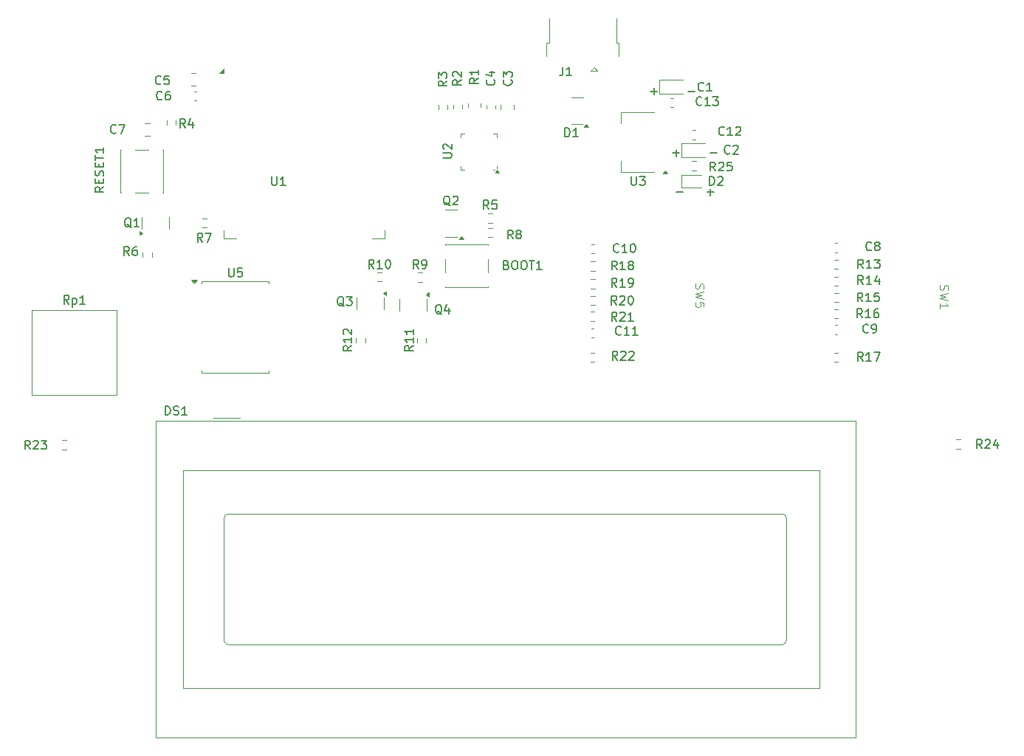
<source format=gbr>
%TF.GenerationSoftware,KiCad,Pcbnew,9.0.2*%
%TF.CreationDate,2025-08-22T17:17:19-07:00*%
%TF.ProjectId,RC,52432e6b-6963-4616-945f-706362585858,rev?*%
%TF.SameCoordinates,Original*%
%TF.FileFunction,Legend,Top*%
%TF.FilePolarity,Positive*%
%FSLAX46Y46*%
G04 Gerber Fmt 4.6, Leading zero omitted, Abs format (unit mm)*
G04 Created by KiCad (PCBNEW 9.0.2) date 2025-08-22 17:17:19*
%MOMM*%
%LPD*%
G01*
G04 APERTURE LIST*
%ADD10C,0.150000*%
%ADD11C,0.100000*%
%ADD12C,0.120000*%
G04 APERTURE END LIST*
D10*
X148215579Y-53895666D02*
X148977484Y-53895666D01*
X148596531Y-54276619D02*
X148596531Y-53514714D01*
X152501294Y-53895666D02*
X153263199Y-53895666D01*
X145650179Y-46859866D02*
X146412084Y-46859866D01*
X146031131Y-47240819D02*
X146031131Y-46478914D01*
X149935894Y-46859866D02*
X150697799Y-46859866D01*
X148596579Y-58391466D02*
X149358484Y-58391466D01*
X152120389Y-58391466D02*
X152882294Y-58391466D01*
X152501341Y-58772419D02*
X152501341Y-58010514D01*
X121718161Y-72406657D02*
X121622923Y-72359038D01*
X121622923Y-72359038D02*
X121527685Y-72263800D01*
X121527685Y-72263800D02*
X121384828Y-72120942D01*
X121384828Y-72120942D02*
X121289590Y-72073323D01*
X121289590Y-72073323D02*
X121194352Y-72073323D01*
X121241971Y-72311419D02*
X121146733Y-72263800D01*
X121146733Y-72263800D02*
X121051495Y-72168561D01*
X121051495Y-72168561D02*
X121003876Y-71978085D01*
X121003876Y-71978085D02*
X121003876Y-71644752D01*
X121003876Y-71644752D02*
X121051495Y-71454276D01*
X121051495Y-71454276D02*
X121146733Y-71359038D01*
X121146733Y-71359038D02*
X121241971Y-71311419D01*
X121241971Y-71311419D02*
X121432447Y-71311419D01*
X121432447Y-71311419D02*
X121527685Y-71359038D01*
X121527685Y-71359038D02*
X121622923Y-71454276D01*
X121622923Y-71454276D02*
X121670542Y-71644752D01*
X121670542Y-71644752D02*
X121670542Y-71978085D01*
X121670542Y-71978085D02*
X121622923Y-72168561D01*
X121622923Y-72168561D02*
X121527685Y-72263800D01*
X121527685Y-72263800D02*
X121432447Y-72311419D01*
X121432447Y-72311419D02*
X121241971Y-72311419D01*
X122527685Y-71644752D02*
X122527685Y-72311419D01*
X122289590Y-71263800D02*
X122051495Y-71978085D01*
X122051495Y-71978085D02*
X122670542Y-71978085D01*
X110496361Y-71492257D02*
X110401123Y-71444638D01*
X110401123Y-71444638D02*
X110305885Y-71349400D01*
X110305885Y-71349400D02*
X110163028Y-71206542D01*
X110163028Y-71206542D02*
X110067790Y-71158923D01*
X110067790Y-71158923D02*
X109972552Y-71158923D01*
X110020171Y-71397019D02*
X109924933Y-71349400D01*
X109924933Y-71349400D02*
X109829695Y-71254161D01*
X109829695Y-71254161D02*
X109782076Y-71063685D01*
X109782076Y-71063685D02*
X109782076Y-70730352D01*
X109782076Y-70730352D02*
X109829695Y-70539876D01*
X109829695Y-70539876D02*
X109924933Y-70444638D01*
X109924933Y-70444638D02*
X110020171Y-70397019D01*
X110020171Y-70397019D02*
X110210647Y-70397019D01*
X110210647Y-70397019D02*
X110305885Y-70444638D01*
X110305885Y-70444638D02*
X110401123Y-70539876D01*
X110401123Y-70539876D02*
X110448742Y-70730352D01*
X110448742Y-70730352D02*
X110448742Y-71063685D01*
X110448742Y-71063685D02*
X110401123Y-71254161D01*
X110401123Y-71254161D02*
X110305885Y-71349400D01*
X110305885Y-71349400D02*
X110210647Y-71397019D01*
X110210647Y-71397019D02*
X110020171Y-71397019D01*
X110782076Y-70397019D02*
X111401123Y-70397019D01*
X111401123Y-70397019D02*
X111067790Y-70777971D01*
X111067790Y-70777971D02*
X111210647Y-70777971D01*
X111210647Y-70777971D02*
X111305885Y-70825590D01*
X111305885Y-70825590D02*
X111353504Y-70873209D01*
X111353504Y-70873209D02*
X111401123Y-70968447D01*
X111401123Y-70968447D02*
X111401123Y-71206542D01*
X111401123Y-71206542D02*
X111353504Y-71301780D01*
X111353504Y-71301780D02*
X111305885Y-71349400D01*
X111305885Y-71349400D02*
X111210647Y-71397019D01*
X111210647Y-71397019D02*
X110924933Y-71397019D01*
X110924933Y-71397019D02*
X110829695Y-71349400D01*
X110829695Y-71349400D02*
X110782076Y-71301780D01*
X86097161Y-62472957D02*
X86001923Y-62425338D01*
X86001923Y-62425338D02*
X85906685Y-62330100D01*
X85906685Y-62330100D02*
X85763828Y-62187242D01*
X85763828Y-62187242D02*
X85668590Y-62139623D01*
X85668590Y-62139623D02*
X85573352Y-62139623D01*
X85620971Y-62377719D02*
X85525733Y-62330100D01*
X85525733Y-62330100D02*
X85430495Y-62234861D01*
X85430495Y-62234861D02*
X85382876Y-62044385D01*
X85382876Y-62044385D02*
X85382876Y-61711052D01*
X85382876Y-61711052D02*
X85430495Y-61520576D01*
X85430495Y-61520576D02*
X85525733Y-61425338D01*
X85525733Y-61425338D02*
X85620971Y-61377719D01*
X85620971Y-61377719D02*
X85811447Y-61377719D01*
X85811447Y-61377719D02*
X85906685Y-61425338D01*
X85906685Y-61425338D02*
X86001923Y-61520576D01*
X86001923Y-61520576D02*
X86049542Y-61711052D01*
X86049542Y-61711052D02*
X86049542Y-62044385D01*
X86049542Y-62044385D02*
X86001923Y-62234861D01*
X86001923Y-62234861D02*
X85906685Y-62330100D01*
X85906685Y-62330100D02*
X85811447Y-62377719D01*
X85811447Y-62377719D02*
X85620971Y-62377719D01*
X87001923Y-62377719D02*
X86430495Y-62377719D01*
X86716209Y-62377719D02*
X86716209Y-61377719D01*
X86716209Y-61377719D02*
X86620971Y-61520576D01*
X86620971Y-61520576D02*
X86525733Y-61615814D01*
X86525733Y-61615814D02*
X86430495Y-61663433D01*
X122660661Y-59945457D02*
X122565423Y-59897838D01*
X122565423Y-59897838D02*
X122470185Y-59802600D01*
X122470185Y-59802600D02*
X122327328Y-59659742D01*
X122327328Y-59659742D02*
X122232090Y-59612123D01*
X122232090Y-59612123D02*
X122136852Y-59612123D01*
X122184471Y-59850219D02*
X122089233Y-59802600D01*
X122089233Y-59802600D02*
X121993995Y-59707361D01*
X121993995Y-59707361D02*
X121946376Y-59516885D01*
X121946376Y-59516885D02*
X121946376Y-59183552D01*
X121946376Y-59183552D02*
X121993995Y-58993076D01*
X121993995Y-58993076D02*
X122089233Y-58897838D01*
X122089233Y-58897838D02*
X122184471Y-58850219D01*
X122184471Y-58850219D02*
X122374947Y-58850219D01*
X122374947Y-58850219D02*
X122470185Y-58897838D01*
X122470185Y-58897838D02*
X122565423Y-58993076D01*
X122565423Y-58993076D02*
X122613042Y-59183552D01*
X122613042Y-59183552D02*
X122613042Y-59516885D01*
X122613042Y-59516885D02*
X122565423Y-59707361D01*
X122565423Y-59707361D02*
X122470185Y-59802600D01*
X122470185Y-59802600D02*
X122374947Y-59850219D01*
X122374947Y-59850219D02*
X122184471Y-59850219D01*
X122993995Y-58945457D02*
X123041614Y-58897838D01*
X123041614Y-58897838D02*
X123136852Y-58850219D01*
X123136852Y-58850219D02*
X123374947Y-58850219D01*
X123374947Y-58850219D02*
X123470185Y-58897838D01*
X123470185Y-58897838D02*
X123517804Y-58945457D01*
X123517804Y-58945457D02*
X123565423Y-59040695D01*
X123565423Y-59040695D02*
X123565423Y-59135933D01*
X123565423Y-59135933D02*
X123517804Y-59278790D01*
X123517804Y-59278790D02*
X122946376Y-59850219D01*
X122946376Y-59850219D02*
X123565423Y-59850219D01*
X154093942Y-51794580D02*
X154046323Y-51842200D01*
X154046323Y-51842200D02*
X153903466Y-51889819D01*
X153903466Y-51889819D02*
X153808228Y-51889819D01*
X153808228Y-51889819D02*
X153665371Y-51842200D01*
X153665371Y-51842200D02*
X153570133Y-51746961D01*
X153570133Y-51746961D02*
X153522514Y-51651723D01*
X153522514Y-51651723D02*
X153474895Y-51461247D01*
X153474895Y-51461247D02*
X153474895Y-51318390D01*
X153474895Y-51318390D02*
X153522514Y-51127914D01*
X153522514Y-51127914D02*
X153570133Y-51032676D01*
X153570133Y-51032676D02*
X153665371Y-50937438D01*
X153665371Y-50937438D02*
X153808228Y-50889819D01*
X153808228Y-50889819D02*
X153903466Y-50889819D01*
X153903466Y-50889819D02*
X154046323Y-50937438D01*
X154046323Y-50937438D02*
X154093942Y-50985057D01*
X155046323Y-51889819D02*
X154474895Y-51889819D01*
X154760609Y-51889819D02*
X154760609Y-50889819D01*
X154760609Y-50889819D02*
X154665371Y-51032676D01*
X154665371Y-51032676D02*
X154570133Y-51127914D01*
X154570133Y-51127914D02*
X154474895Y-51175533D01*
X155427276Y-50985057D02*
X155474895Y-50937438D01*
X155474895Y-50937438D02*
X155570133Y-50889819D01*
X155570133Y-50889819D02*
X155808228Y-50889819D01*
X155808228Y-50889819D02*
X155903466Y-50937438D01*
X155903466Y-50937438D02*
X155951085Y-50985057D01*
X155951085Y-50985057D02*
X155998704Y-51080295D01*
X155998704Y-51080295D02*
X155998704Y-51175533D01*
X155998704Y-51175533D02*
X155951085Y-51318390D01*
X155951085Y-51318390D02*
X155379657Y-51889819D01*
X155379657Y-51889819D02*
X155998704Y-51889819D01*
X151725333Y-46714580D02*
X151677714Y-46762200D01*
X151677714Y-46762200D02*
X151534857Y-46809819D01*
X151534857Y-46809819D02*
X151439619Y-46809819D01*
X151439619Y-46809819D02*
X151296762Y-46762200D01*
X151296762Y-46762200D02*
X151201524Y-46666961D01*
X151201524Y-46666961D02*
X151153905Y-46571723D01*
X151153905Y-46571723D02*
X151106286Y-46381247D01*
X151106286Y-46381247D02*
X151106286Y-46238390D01*
X151106286Y-46238390D02*
X151153905Y-46047914D01*
X151153905Y-46047914D02*
X151201524Y-45952676D01*
X151201524Y-45952676D02*
X151296762Y-45857438D01*
X151296762Y-45857438D02*
X151439619Y-45809819D01*
X151439619Y-45809819D02*
X151534857Y-45809819D01*
X151534857Y-45809819D02*
X151677714Y-45857438D01*
X151677714Y-45857438D02*
X151725333Y-45905057D01*
X152677714Y-46809819D02*
X152106286Y-46809819D01*
X152392000Y-46809819D02*
X152392000Y-45809819D01*
X152392000Y-45809819D02*
X152296762Y-45952676D01*
X152296762Y-45952676D02*
X152201524Y-46047914D01*
X152201524Y-46047914D02*
X152106286Y-46095533D01*
X170037642Y-67130419D02*
X169704309Y-66654228D01*
X169466214Y-67130419D02*
X169466214Y-66130419D01*
X169466214Y-66130419D02*
X169847166Y-66130419D01*
X169847166Y-66130419D02*
X169942404Y-66178038D01*
X169942404Y-66178038D02*
X169990023Y-66225657D01*
X169990023Y-66225657D02*
X170037642Y-66320895D01*
X170037642Y-66320895D02*
X170037642Y-66463752D01*
X170037642Y-66463752D02*
X169990023Y-66558990D01*
X169990023Y-66558990D02*
X169942404Y-66606609D01*
X169942404Y-66606609D02*
X169847166Y-66654228D01*
X169847166Y-66654228D02*
X169466214Y-66654228D01*
X170990023Y-67130419D02*
X170418595Y-67130419D01*
X170704309Y-67130419D02*
X170704309Y-66130419D01*
X170704309Y-66130419D02*
X170609071Y-66273276D01*
X170609071Y-66273276D02*
X170513833Y-66368514D01*
X170513833Y-66368514D02*
X170418595Y-66416133D01*
X171323357Y-66130419D02*
X171942404Y-66130419D01*
X171942404Y-66130419D02*
X171609071Y-66511371D01*
X171609071Y-66511371D02*
X171751928Y-66511371D01*
X171751928Y-66511371D02*
X171847166Y-66558990D01*
X171847166Y-66558990D02*
X171894785Y-66606609D01*
X171894785Y-66606609D02*
X171942404Y-66701847D01*
X171942404Y-66701847D02*
X171942404Y-66939942D01*
X171942404Y-66939942D02*
X171894785Y-67035180D01*
X171894785Y-67035180D02*
X171847166Y-67082800D01*
X171847166Y-67082800D02*
X171751928Y-67130419D01*
X171751928Y-67130419D02*
X171466214Y-67130419D01*
X171466214Y-67130419D02*
X171370976Y-67082800D01*
X171370976Y-67082800D02*
X171323357Y-67035180D01*
X170983233Y-65003180D02*
X170935614Y-65050800D01*
X170935614Y-65050800D02*
X170792757Y-65098419D01*
X170792757Y-65098419D02*
X170697519Y-65098419D01*
X170697519Y-65098419D02*
X170554662Y-65050800D01*
X170554662Y-65050800D02*
X170459424Y-64955561D01*
X170459424Y-64955561D02*
X170411805Y-64860323D01*
X170411805Y-64860323D02*
X170364186Y-64669847D01*
X170364186Y-64669847D02*
X170364186Y-64526990D01*
X170364186Y-64526990D02*
X170411805Y-64336514D01*
X170411805Y-64336514D02*
X170459424Y-64241276D01*
X170459424Y-64241276D02*
X170554662Y-64146038D01*
X170554662Y-64146038D02*
X170697519Y-64098419D01*
X170697519Y-64098419D02*
X170792757Y-64098419D01*
X170792757Y-64098419D02*
X170935614Y-64146038D01*
X170935614Y-64146038D02*
X170983233Y-64193657D01*
X171554662Y-64526990D02*
X171459424Y-64479371D01*
X171459424Y-64479371D02*
X171411805Y-64431752D01*
X171411805Y-64431752D02*
X171364186Y-64336514D01*
X171364186Y-64336514D02*
X171364186Y-64288895D01*
X171364186Y-64288895D02*
X171411805Y-64193657D01*
X171411805Y-64193657D02*
X171459424Y-64146038D01*
X171459424Y-64146038D02*
X171554662Y-64098419D01*
X171554662Y-64098419D02*
X171745138Y-64098419D01*
X171745138Y-64098419D02*
X171840376Y-64146038D01*
X171840376Y-64146038D02*
X171887995Y-64193657D01*
X171887995Y-64193657D02*
X171935614Y-64288895D01*
X171935614Y-64288895D02*
X171935614Y-64336514D01*
X171935614Y-64336514D02*
X171887995Y-64431752D01*
X171887995Y-64431752D02*
X171840376Y-64479371D01*
X171840376Y-64479371D02*
X171745138Y-64526990D01*
X171745138Y-64526990D02*
X171554662Y-64526990D01*
X171554662Y-64526990D02*
X171459424Y-64574609D01*
X171459424Y-64574609D02*
X171411805Y-64622228D01*
X171411805Y-64622228D02*
X171364186Y-64717466D01*
X171364186Y-64717466D02*
X171364186Y-64907942D01*
X171364186Y-64907942D02*
X171411805Y-65003180D01*
X171411805Y-65003180D02*
X171459424Y-65050800D01*
X171459424Y-65050800D02*
X171554662Y-65098419D01*
X171554662Y-65098419D02*
X171745138Y-65098419D01*
X171745138Y-65098419D02*
X171840376Y-65050800D01*
X171840376Y-65050800D02*
X171887995Y-65003180D01*
X171887995Y-65003180D02*
X171935614Y-64907942D01*
X171935614Y-64907942D02*
X171935614Y-64717466D01*
X171935614Y-64717466D02*
X171887995Y-64622228D01*
X171887995Y-64622228D02*
X171840376Y-64574609D01*
X171840376Y-64574609D02*
X171745138Y-64526990D01*
X169961442Y-70940419D02*
X169628109Y-70464228D01*
X169390014Y-70940419D02*
X169390014Y-69940419D01*
X169390014Y-69940419D02*
X169770966Y-69940419D01*
X169770966Y-69940419D02*
X169866204Y-69988038D01*
X169866204Y-69988038D02*
X169913823Y-70035657D01*
X169913823Y-70035657D02*
X169961442Y-70130895D01*
X169961442Y-70130895D02*
X169961442Y-70273752D01*
X169961442Y-70273752D02*
X169913823Y-70368990D01*
X169913823Y-70368990D02*
X169866204Y-70416609D01*
X169866204Y-70416609D02*
X169770966Y-70464228D01*
X169770966Y-70464228D02*
X169390014Y-70464228D01*
X170913823Y-70940419D02*
X170342395Y-70940419D01*
X170628109Y-70940419D02*
X170628109Y-69940419D01*
X170628109Y-69940419D02*
X170532871Y-70083276D01*
X170532871Y-70083276D02*
X170437633Y-70178514D01*
X170437633Y-70178514D02*
X170342395Y-70226133D01*
X171818585Y-69940419D02*
X171342395Y-69940419D01*
X171342395Y-69940419D02*
X171294776Y-70416609D01*
X171294776Y-70416609D02*
X171342395Y-70368990D01*
X171342395Y-70368990D02*
X171437633Y-70321371D01*
X171437633Y-70321371D02*
X171675728Y-70321371D01*
X171675728Y-70321371D02*
X171770966Y-70368990D01*
X171770966Y-70368990D02*
X171818585Y-70416609D01*
X171818585Y-70416609D02*
X171866204Y-70511847D01*
X171866204Y-70511847D02*
X171866204Y-70749942D01*
X171866204Y-70749942D02*
X171818585Y-70845180D01*
X171818585Y-70845180D02*
X171770966Y-70892800D01*
X171770966Y-70892800D02*
X171675728Y-70940419D01*
X171675728Y-70940419D02*
X171437633Y-70940419D01*
X171437633Y-70940419D02*
X171342395Y-70892800D01*
X171342395Y-70892800D02*
X171294776Y-70845180D01*
X142257542Y-74679980D02*
X142209923Y-74727600D01*
X142209923Y-74727600D02*
X142067066Y-74775219D01*
X142067066Y-74775219D02*
X141971828Y-74775219D01*
X141971828Y-74775219D02*
X141828971Y-74727600D01*
X141828971Y-74727600D02*
X141733733Y-74632361D01*
X141733733Y-74632361D02*
X141686114Y-74537123D01*
X141686114Y-74537123D02*
X141638495Y-74346647D01*
X141638495Y-74346647D02*
X141638495Y-74203790D01*
X141638495Y-74203790D02*
X141686114Y-74013314D01*
X141686114Y-74013314D02*
X141733733Y-73918076D01*
X141733733Y-73918076D02*
X141828971Y-73822838D01*
X141828971Y-73822838D02*
X141971828Y-73775219D01*
X141971828Y-73775219D02*
X142067066Y-73775219D01*
X142067066Y-73775219D02*
X142209923Y-73822838D01*
X142209923Y-73822838D02*
X142257542Y-73870457D01*
X143209923Y-74775219D02*
X142638495Y-74775219D01*
X142924209Y-74775219D02*
X142924209Y-73775219D01*
X142924209Y-73775219D02*
X142828971Y-73918076D01*
X142828971Y-73918076D02*
X142733733Y-74013314D01*
X142733733Y-74013314D02*
X142638495Y-74060933D01*
X144162304Y-74775219D02*
X143590876Y-74775219D01*
X143876590Y-74775219D02*
X143876590Y-73775219D01*
X143876590Y-73775219D02*
X143781352Y-73918076D01*
X143781352Y-73918076D02*
X143686114Y-74013314D01*
X143686114Y-74013314D02*
X143590876Y-74060933D01*
X78944152Y-71224019D02*
X78610819Y-70747828D01*
X78372724Y-71224019D02*
X78372724Y-70224019D01*
X78372724Y-70224019D02*
X78753676Y-70224019D01*
X78753676Y-70224019D02*
X78848914Y-70271638D01*
X78848914Y-70271638D02*
X78896533Y-70319257D01*
X78896533Y-70319257D02*
X78944152Y-70414495D01*
X78944152Y-70414495D02*
X78944152Y-70557352D01*
X78944152Y-70557352D02*
X78896533Y-70652590D01*
X78896533Y-70652590D02*
X78848914Y-70700209D01*
X78848914Y-70700209D02*
X78753676Y-70747828D01*
X78753676Y-70747828D02*
X78372724Y-70747828D01*
X79372724Y-70557352D02*
X79372724Y-71557352D01*
X79372724Y-70604971D02*
X79467962Y-70557352D01*
X79467962Y-70557352D02*
X79658438Y-70557352D01*
X79658438Y-70557352D02*
X79753676Y-70604971D01*
X79753676Y-70604971D02*
X79801295Y-70652590D01*
X79801295Y-70652590D02*
X79848914Y-70747828D01*
X79848914Y-70747828D02*
X79848914Y-71033542D01*
X79848914Y-71033542D02*
X79801295Y-71128780D01*
X79801295Y-71128780D02*
X79753676Y-71176400D01*
X79753676Y-71176400D02*
X79658438Y-71224019D01*
X79658438Y-71224019D02*
X79467962Y-71224019D01*
X79467962Y-71224019D02*
X79372724Y-71176400D01*
X80801295Y-71224019D02*
X80229867Y-71224019D01*
X80515581Y-71224019D02*
X80515581Y-70224019D01*
X80515581Y-70224019D02*
X80420343Y-70366876D01*
X80420343Y-70366876D02*
X80325105Y-70462114D01*
X80325105Y-70462114D02*
X80229867Y-70509733D01*
D11*
X150824400Y-68917467D02*
X150776780Y-69060324D01*
X150776780Y-69060324D02*
X150776780Y-69298419D01*
X150776780Y-69298419D02*
X150824400Y-69393657D01*
X150824400Y-69393657D02*
X150872019Y-69441276D01*
X150872019Y-69441276D02*
X150967257Y-69488895D01*
X150967257Y-69488895D02*
X151062495Y-69488895D01*
X151062495Y-69488895D02*
X151157733Y-69441276D01*
X151157733Y-69441276D02*
X151205352Y-69393657D01*
X151205352Y-69393657D02*
X151252971Y-69298419D01*
X151252971Y-69298419D02*
X151300590Y-69107943D01*
X151300590Y-69107943D02*
X151348209Y-69012705D01*
X151348209Y-69012705D02*
X151395828Y-68965086D01*
X151395828Y-68965086D02*
X151491066Y-68917467D01*
X151491066Y-68917467D02*
X151586304Y-68917467D01*
X151586304Y-68917467D02*
X151681542Y-68965086D01*
X151681542Y-68965086D02*
X151729161Y-69012705D01*
X151729161Y-69012705D02*
X151776780Y-69107943D01*
X151776780Y-69107943D02*
X151776780Y-69346038D01*
X151776780Y-69346038D02*
X151729161Y-69488895D01*
X151776780Y-69822229D02*
X150776780Y-70060324D01*
X150776780Y-70060324D02*
X151491066Y-70250800D01*
X151491066Y-70250800D02*
X150776780Y-70441276D01*
X150776780Y-70441276D02*
X151776780Y-70679372D01*
X151776780Y-71536514D02*
X151776780Y-71060324D01*
X151776780Y-71060324D02*
X151300590Y-71012705D01*
X151300590Y-71012705D02*
X151348209Y-71060324D01*
X151348209Y-71060324D02*
X151395828Y-71155562D01*
X151395828Y-71155562D02*
X151395828Y-71393657D01*
X151395828Y-71393657D02*
X151348209Y-71488895D01*
X151348209Y-71488895D02*
X151300590Y-71536514D01*
X151300590Y-71536514D02*
X151205352Y-71584133D01*
X151205352Y-71584133D02*
X150967257Y-71584133D01*
X150967257Y-71584133D02*
X150872019Y-71536514D01*
X150872019Y-71536514D02*
X150824400Y-71488895D01*
X150824400Y-71488895D02*
X150776780Y-71393657D01*
X150776780Y-71393657D02*
X150776780Y-71155562D01*
X150776780Y-71155562D02*
X150824400Y-71060324D01*
X150824400Y-71060324D02*
X150872019Y-71012705D01*
D10*
X170613833Y-74451380D02*
X170566214Y-74499000D01*
X170566214Y-74499000D02*
X170423357Y-74546619D01*
X170423357Y-74546619D02*
X170328119Y-74546619D01*
X170328119Y-74546619D02*
X170185262Y-74499000D01*
X170185262Y-74499000D02*
X170090024Y-74403761D01*
X170090024Y-74403761D02*
X170042405Y-74308523D01*
X170042405Y-74308523D02*
X169994786Y-74118047D01*
X169994786Y-74118047D02*
X169994786Y-73975190D01*
X169994786Y-73975190D02*
X170042405Y-73784714D01*
X170042405Y-73784714D02*
X170090024Y-73689476D01*
X170090024Y-73689476D02*
X170185262Y-73594238D01*
X170185262Y-73594238D02*
X170328119Y-73546619D01*
X170328119Y-73546619D02*
X170423357Y-73546619D01*
X170423357Y-73546619D02*
X170566214Y-73594238D01*
X170566214Y-73594238D02*
X170613833Y-73641857D01*
X171090024Y-74546619D02*
X171280500Y-74546619D01*
X171280500Y-74546619D02*
X171375738Y-74499000D01*
X171375738Y-74499000D02*
X171423357Y-74451380D01*
X171423357Y-74451380D02*
X171518595Y-74308523D01*
X171518595Y-74308523D02*
X171566214Y-74118047D01*
X171566214Y-74118047D02*
X171566214Y-73737095D01*
X171566214Y-73737095D02*
X171518595Y-73641857D01*
X171518595Y-73641857D02*
X171470976Y-73594238D01*
X171470976Y-73594238D02*
X171375738Y-73546619D01*
X171375738Y-73546619D02*
X171185262Y-73546619D01*
X171185262Y-73546619D02*
X171090024Y-73594238D01*
X171090024Y-73594238D02*
X171042405Y-73641857D01*
X171042405Y-73641857D02*
X170994786Y-73737095D01*
X170994786Y-73737095D02*
X170994786Y-73975190D01*
X170994786Y-73975190D02*
X171042405Y-74070428D01*
X171042405Y-74070428D02*
X171090024Y-74118047D01*
X171090024Y-74118047D02*
X171185262Y-74165666D01*
X171185262Y-74165666D02*
X171375738Y-74165666D01*
X171375738Y-74165666D02*
X171470976Y-74118047D01*
X171470976Y-74118047D02*
X171518595Y-74070428D01*
X171518595Y-74070428D02*
X171566214Y-73975190D01*
X141774942Y-69263419D02*
X141441609Y-68787228D01*
X141203514Y-69263419D02*
X141203514Y-68263419D01*
X141203514Y-68263419D02*
X141584466Y-68263419D01*
X141584466Y-68263419D02*
X141679704Y-68311038D01*
X141679704Y-68311038D02*
X141727323Y-68358657D01*
X141727323Y-68358657D02*
X141774942Y-68453895D01*
X141774942Y-68453895D02*
X141774942Y-68596752D01*
X141774942Y-68596752D02*
X141727323Y-68691990D01*
X141727323Y-68691990D02*
X141679704Y-68739609D01*
X141679704Y-68739609D02*
X141584466Y-68787228D01*
X141584466Y-68787228D02*
X141203514Y-68787228D01*
X142727323Y-69263419D02*
X142155895Y-69263419D01*
X142441609Y-69263419D02*
X142441609Y-68263419D01*
X142441609Y-68263419D02*
X142346371Y-68406276D01*
X142346371Y-68406276D02*
X142251133Y-68501514D01*
X142251133Y-68501514D02*
X142155895Y-68549133D01*
X143203514Y-69263419D02*
X143393990Y-69263419D01*
X143393990Y-69263419D02*
X143489228Y-69215800D01*
X143489228Y-69215800D02*
X143536847Y-69168180D01*
X143536847Y-69168180D02*
X143632085Y-69025323D01*
X143632085Y-69025323D02*
X143679704Y-68834847D01*
X143679704Y-68834847D02*
X143679704Y-68453895D01*
X143679704Y-68453895D02*
X143632085Y-68358657D01*
X143632085Y-68358657D02*
X143584466Y-68311038D01*
X143584466Y-68311038D02*
X143489228Y-68263419D01*
X143489228Y-68263419D02*
X143298752Y-68263419D01*
X143298752Y-68263419D02*
X143203514Y-68311038D01*
X143203514Y-68311038D02*
X143155895Y-68358657D01*
X143155895Y-68358657D02*
X143108276Y-68453895D01*
X143108276Y-68453895D02*
X143108276Y-68691990D01*
X143108276Y-68691990D02*
X143155895Y-68787228D01*
X143155895Y-68787228D02*
X143203514Y-68834847D01*
X143203514Y-68834847D02*
X143298752Y-68882466D01*
X143298752Y-68882466D02*
X143489228Y-68882466D01*
X143489228Y-68882466D02*
X143584466Y-68834847D01*
X143584466Y-68834847D02*
X143632085Y-68787228D01*
X143632085Y-68787228D02*
X143679704Y-68691990D01*
X84339133Y-51565980D02*
X84291514Y-51613600D01*
X84291514Y-51613600D02*
X84148657Y-51661219D01*
X84148657Y-51661219D02*
X84053419Y-51661219D01*
X84053419Y-51661219D02*
X83910562Y-51613600D01*
X83910562Y-51613600D02*
X83815324Y-51518361D01*
X83815324Y-51518361D02*
X83767705Y-51423123D01*
X83767705Y-51423123D02*
X83720086Y-51232647D01*
X83720086Y-51232647D02*
X83720086Y-51089790D01*
X83720086Y-51089790D02*
X83767705Y-50899314D01*
X83767705Y-50899314D02*
X83815324Y-50804076D01*
X83815324Y-50804076D02*
X83910562Y-50708838D01*
X83910562Y-50708838D02*
X84053419Y-50661219D01*
X84053419Y-50661219D02*
X84148657Y-50661219D01*
X84148657Y-50661219D02*
X84291514Y-50708838D01*
X84291514Y-50708838D02*
X84339133Y-50756457D01*
X84672467Y-50661219D02*
X85339133Y-50661219D01*
X85339133Y-50661219D02*
X84910562Y-51661219D01*
X92289333Y-51000819D02*
X91956000Y-50524628D01*
X91717905Y-51000819D02*
X91717905Y-50000819D01*
X91717905Y-50000819D02*
X92098857Y-50000819D01*
X92098857Y-50000819D02*
X92194095Y-50048438D01*
X92194095Y-50048438D02*
X92241714Y-50096057D01*
X92241714Y-50096057D02*
X92289333Y-50191295D01*
X92289333Y-50191295D02*
X92289333Y-50334152D01*
X92289333Y-50334152D02*
X92241714Y-50429390D01*
X92241714Y-50429390D02*
X92194095Y-50477009D01*
X92194095Y-50477009D02*
X92098857Y-50524628D01*
X92098857Y-50524628D02*
X91717905Y-50524628D01*
X93146476Y-50334152D02*
X93146476Y-51000819D01*
X92908381Y-49953200D02*
X92670286Y-50667485D01*
X92670286Y-50667485D02*
X93289333Y-50667485D01*
X121847019Y-54459504D02*
X122656542Y-54459504D01*
X122656542Y-54459504D02*
X122751780Y-54411885D01*
X122751780Y-54411885D02*
X122799400Y-54364266D01*
X122799400Y-54364266D02*
X122847019Y-54269028D01*
X122847019Y-54269028D02*
X122847019Y-54078552D01*
X122847019Y-54078552D02*
X122799400Y-53983314D01*
X122799400Y-53983314D02*
X122751780Y-53935695D01*
X122751780Y-53935695D02*
X122656542Y-53888076D01*
X122656542Y-53888076D02*
X121847019Y-53888076D01*
X121942257Y-53459504D02*
X121894638Y-53411885D01*
X121894638Y-53411885D02*
X121847019Y-53316647D01*
X121847019Y-53316647D02*
X121847019Y-53078552D01*
X121847019Y-53078552D02*
X121894638Y-52983314D01*
X121894638Y-52983314D02*
X121942257Y-52935695D01*
X121942257Y-52935695D02*
X122037495Y-52888076D01*
X122037495Y-52888076D02*
X122132733Y-52888076D01*
X122132733Y-52888076D02*
X122275590Y-52935695D01*
X122275590Y-52935695D02*
X122847019Y-53507123D01*
X122847019Y-53507123D02*
X122847019Y-52888076D01*
X169936042Y-72794619D02*
X169602709Y-72318428D01*
X169364614Y-72794619D02*
X169364614Y-71794619D01*
X169364614Y-71794619D02*
X169745566Y-71794619D01*
X169745566Y-71794619D02*
X169840804Y-71842238D01*
X169840804Y-71842238D02*
X169888423Y-71889857D01*
X169888423Y-71889857D02*
X169936042Y-71985095D01*
X169936042Y-71985095D02*
X169936042Y-72127952D01*
X169936042Y-72127952D02*
X169888423Y-72223190D01*
X169888423Y-72223190D02*
X169840804Y-72270809D01*
X169840804Y-72270809D02*
X169745566Y-72318428D01*
X169745566Y-72318428D02*
X169364614Y-72318428D01*
X170888423Y-72794619D02*
X170316995Y-72794619D01*
X170602709Y-72794619D02*
X170602709Y-71794619D01*
X170602709Y-71794619D02*
X170507471Y-71937476D01*
X170507471Y-71937476D02*
X170412233Y-72032714D01*
X170412233Y-72032714D02*
X170316995Y-72080333D01*
X171745566Y-71794619D02*
X171555090Y-71794619D01*
X171555090Y-71794619D02*
X171459852Y-71842238D01*
X171459852Y-71842238D02*
X171412233Y-71889857D01*
X171412233Y-71889857D02*
X171316995Y-72032714D01*
X171316995Y-72032714D02*
X171269376Y-72223190D01*
X171269376Y-72223190D02*
X171269376Y-72604142D01*
X171269376Y-72604142D02*
X171316995Y-72699380D01*
X171316995Y-72699380D02*
X171364614Y-72747000D01*
X171364614Y-72747000D02*
X171459852Y-72794619D01*
X171459852Y-72794619D02*
X171650328Y-72794619D01*
X171650328Y-72794619D02*
X171745566Y-72747000D01*
X171745566Y-72747000D02*
X171793185Y-72699380D01*
X171793185Y-72699380D02*
X171840804Y-72604142D01*
X171840804Y-72604142D02*
X171840804Y-72366047D01*
X171840804Y-72366047D02*
X171793185Y-72270809D01*
X171793185Y-72270809D02*
X171745566Y-72223190D01*
X171745566Y-72223190D02*
X171650328Y-72175571D01*
X171650328Y-72175571D02*
X171459852Y-72175571D01*
X171459852Y-72175571D02*
X171364614Y-72223190D01*
X171364614Y-72223190D02*
X171316995Y-72270809D01*
X171316995Y-72270809D02*
X171269376Y-72366047D01*
X141749542Y-71295419D02*
X141416209Y-70819228D01*
X141178114Y-71295419D02*
X141178114Y-70295419D01*
X141178114Y-70295419D02*
X141559066Y-70295419D01*
X141559066Y-70295419D02*
X141654304Y-70343038D01*
X141654304Y-70343038D02*
X141701923Y-70390657D01*
X141701923Y-70390657D02*
X141749542Y-70485895D01*
X141749542Y-70485895D02*
X141749542Y-70628752D01*
X141749542Y-70628752D02*
X141701923Y-70723990D01*
X141701923Y-70723990D02*
X141654304Y-70771609D01*
X141654304Y-70771609D02*
X141559066Y-70819228D01*
X141559066Y-70819228D02*
X141178114Y-70819228D01*
X142130495Y-70390657D02*
X142178114Y-70343038D01*
X142178114Y-70343038D02*
X142273352Y-70295419D01*
X142273352Y-70295419D02*
X142511447Y-70295419D01*
X142511447Y-70295419D02*
X142606685Y-70343038D01*
X142606685Y-70343038D02*
X142654304Y-70390657D01*
X142654304Y-70390657D02*
X142701923Y-70485895D01*
X142701923Y-70485895D02*
X142701923Y-70581133D01*
X142701923Y-70581133D02*
X142654304Y-70723990D01*
X142654304Y-70723990D02*
X142082876Y-71295419D01*
X142082876Y-71295419D02*
X142701923Y-71295419D01*
X143320971Y-70295419D02*
X143416209Y-70295419D01*
X143416209Y-70295419D02*
X143511447Y-70343038D01*
X143511447Y-70343038D02*
X143559066Y-70390657D01*
X143559066Y-70390657D02*
X143606685Y-70485895D01*
X143606685Y-70485895D02*
X143654304Y-70676371D01*
X143654304Y-70676371D02*
X143654304Y-70914466D01*
X143654304Y-70914466D02*
X143606685Y-71104942D01*
X143606685Y-71104942D02*
X143559066Y-71200180D01*
X143559066Y-71200180D02*
X143511447Y-71247800D01*
X143511447Y-71247800D02*
X143416209Y-71295419D01*
X143416209Y-71295419D02*
X143320971Y-71295419D01*
X143320971Y-71295419D02*
X143225733Y-71247800D01*
X143225733Y-71247800D02*
X143178114Y-71200180D01*
X143178114Y-71200180D02*
X143130495Y-71104942D01*
X143130495Y-71104942D02*
X143082876Y-70914466D01*
X143082876Y-70914466D02*
X143082876Y-70676371D01*
X143082876Y-70676371D02*
X143130495Y-70485895D01*
X143130495Y-70485895D02*
X143178114Y-70390657D01*
X143178114Y-70390657D02*
X143225733Y-70343038D01*
X143225733Y-70343038D02*
X143320971Y-70295419D01*
X143433895Y-56609019D02*
X143433895Y-57418542D01*
X143433895Y-57418542D02*
X143481514Y-57513780D01*
X143481514Y-57513780D02*
X143529133Y-57561400D01*
X143529133Y-57561400D02*
X143624371Y-57609019D01*
X143624371Y-57609019D02*
X143814847Y-57609019D01*
X143814847Y-57609019D02*
X143910085Y-57561400D01*
X143910085Y-57561400D02*
X143957704Y-57513780D01*
X143957704Y-57513780D02*
X144005323Y-57418542D01*
X144005323Y-57418542D02*
X144005323Y-56609019D01*
X144386276Y-56609019D02*
X145005323Y-56609019D01*
X145005323Y-56609019D02*
X144671990Y-56989971D01*
X144671990Y-56989971D02*
X144814847Y-56989971D01*
X144814847Y-56989971D02*
X144910085Y-57037590D01*
X144910085Y-57037590D02*
X144957704Y-57085209D01*
X144957704Y-57085209D02*
X145005323Y-57180447D01*
X145005323Y-57180447D02*
X145005323Y-57418542D01*
X145005323Y-57418542D02*
X144957704Y-57513780D01*
X144957704Y-57513780D02*
X144910085Y-57561400D01*
X144910085Y-57561400D02*
X144814847Y-57609019D01*
X144814847Y-57609019D02*
X144529133Y-57609019D01*
X144529133Y-57609019D02*
X144433895Y-57561400D01*
X144433895Y-57561400D02*
X144386276Y-57513780D01*
X97280295Y-67120419D02*
X97280295Y-67929942D01*
X97280295Y-67929942D02*
X97327914Y-68025180D01*
X97327914Y-68025180D02*
X97375533Y-68072800D01*
X97375533Y-68072800D02*
X97470771Y-68120419D01*
X97470771Y-68120419D02*
X97661247Y-68120419D01*
X97661247Y-68120419D02*
X97756485Y-68072800D01*
X97756485Y-68072800D02*
X97804104Y-68025180D01*
X97804104Y-68025180D02*
X97851723Y-67929942D01*
X97851723Y-67929942D02*
X97851723Y-67120419D01*
X98804104Y-67120419D02*
X98327914Y-67120419D01*
X98327914Y-67120419D02*
X98280295Y-67596609D01*
X98280295Y-67596609D02*
X98327914Y-67548990D01*
X98327914Y-67548990D02*
X98423152Y-67501371D01*
X98423152Y-67501371D02*
X98661247Y-67501371D01*
X98661247Y-67501371D02*
X98756485Y-67548990D01*
X98756485Y-67548990D02*
X98804104Y-67596609D01*
X98804104Y-67596609D02*
X98851723Y-67691847D01*
X98851723Y-67691847D02*
X98851723Y-67929942D01*
X98851723Y-67929942D02*
X98804104Y-68025180D01*
X98804104Y-68025180D02*
X98756485Y-68072800D01*
X98756485Y-68072800D02*
X98661247Y-68120419D01*
X98661247Y-68120419D02*
X98423152Y-68120419D01*
X98423152Y-68120419D02*
X98327914Y-68072800D01*
X98327914Y-68072800D02*
X98280295Y-68025180D01*
X123949619Y-45505666D02*
X123473428Y-45838999D01*
X123949619Y-46077094D02*
X122949619Y-46077094D01*
X122949619Y-46077094D02*
X122949619Y-45696142D01*
X122949619Y-45696142D02*
X122997238Y-45600904D01*
X122997238Y-45600904D02*
X123044857Y-45553285D01*
X123044857Y-45553285D02*
X123140095Y-45505666D01*
X123140095Y-45505666D02*
X123282952Y-45505666D01*
X123282952Y-45505666D02*
X123378190Y-45553285D01*
X123378190Y-45553285D02*
X123425809Y-45600904D01*
X123425809Y-45600904D02*
X123473428Y-45696142D01*
X123473428Y-45696142D02*
X123473428Y-46077094D01*
X123044857Y-45124713D02*
X122997238Y-45077094D01*
X122997238Y-45077094D02*
X122949619Y-44981856D01*
X122949619Y-44981856D02*
X122949619Y-44743761D01*
X122949619Y-44743761D02*
X122997238Y-44648523D01*
X122997238Y-44648523D02*
X123044857Y-44600904D01*
X123044857Y-44600904D02*
X123140095Y-44553285D01*
X123140095Y-44553285D02*
X123235333Y-44553285D01*
X123235333Y-44553285D02*
X123378190Y-44600904D01*
X123378190Y-44600904D02*
X123949619Y-45172332D01*
X123949619Y-45172332D02*
X123949619Y-44553285D01*
X129129066Y-66733009D02*
X129271923Y-66780628D01*
X129271923Y-66780628D02*
X129319542Y-66828247D01*
X129319542Y-66828247D02*
X129367161Y-66923485D01*
X129367161Y-66923485D02*
X129367161Y-67066342D01*
X129367161Y-67066342D02*
X129319542Y-67161580D01*
X129319542Y-67161580D02*
X129271923Y-67209200D01*
X129271923Y-67209200D02*
X129176685Y-67256819D01*
X129176685Y-67256819D02*
X128795733Y-67256819D01*
X128795733Y-67256819D02*
X128795733Y-66256819D01*
X128795733Y-66256819D02*
X129129066Y-66256819D01*
X129129066Y-66256819D02*
X129224304Y-66304438D01*
X129224304Y-66304438D02*
X129271923Y-66352057D01*
X129271923Y-66352057D02*
X129319542Y-66447295D01*
X129319542Y-66447295D02*
X129319542Y-66542533D01*
X129319542Y-66542533D02*
X129271923Y-66637771D01*
X129271923Y-66637771D02*
X129224304Y-66685390D01*
X129224304Y-66685390D02*
X129129066Y-66733009D01*
X129129066Y-66733009D02*
X128795733Y-66733009D01*
X129986209Y-66256819D02*
X130176685Y-66256819D01*
X130176685Y-66256819D02*
X130271923Y-66304438D01*
X130271923Y-66304438D02*
X130367161Y-66399676D01*
X130367161Y-66399676D02*
X130414780Y-66590152D01*
X130414780Y-66590152D02*
X130414780Y-66923485D01*
X130414780Y-66923485D02*
X130367161Y-67113961D01*
X130367161Y-67113961D02*
X130271923Y-67209200D01*
X130271923Y-67209200D02*
X130176685Y-67256819D01*
X130176685Y-67256819D02*
X129986209Y-67256819D01*
X129986209Y-67256819D02*
X129890971Y-67209200D01*
X129890971Y-67209200D02*
X129795733Y-67113961D01*
X129795733Y-67113961D02*
X129748114Y-66923485D01*
X129748114Y-66923485D02*
X129748114Y-66590152D01*
X129748114Y-66590152D02*
X129795733Y-66399676D01*
X129795733Y-66399676D02*
X129890971Y-66304438D01*
X129890971Y-66304438D02*
X129986209Y-66256819D01*
X131033828Y-66256819D02*
X131224304Y-66256819D01*
X131224304Y-66256819D02*
X131319542Y-66304438D01*
X131319542Y-66304438D02*
X131414780Y-66399676D01*
X131414780Y-66399676D02*
X131462399Y-66590152D01*
X131462399Y-66590152D02*
X131462399Y-66923485D01*
X131462399Y-66923485D02*
X131414780Y-67113961D01*
X131414780Y-67113961D02*
X131319542Y-67209200D01*
X131319542Y-67209200D02*
X131224304Y-67256819D01*
X131224304Y-67256819D02*
X131033828Y-67256819D01*
X131033828Y-67256819D02*
X130938590Y-67209200D01*
X130938590Y-67209200D02*
X130843352Y-67113961D01*
X130843352Y-67113961D02*
X130795733Y-66923485D01*
X130795733Y-66923485D02*
X130795733Y-66590152D01*
X130795733Y-66590152D02*
X130843352Y-66399676D01*
X130843352Y-66399676D02*
X130938590Y-66304438D01*
X130938590Y-66304438D02*
X131033828Y-66256819D01*
X131748114Y-66256819D02*
X132319542Y-66256819D01*
X132033828Y-67256819D02*
X132033828Y-66256819D01*
X133176685Y-67256819D02*
X132605257Y-67256819D01*
X132890971Y-67256819D02*
X132890971Y-66256819D01*
X132890971Y-66256819D02*
X132795733Y-66399676D01*
X132795733Y-66399676D02*
X132700495Y-66494914D01*
X132700495Y-66494914D02*
X132605257Y-66542533D01*
X153090142Y-55953819D02*
X152756809Y-55477628D01*
X152518714Y-55953819D02*
X152518714Y-54953819D01*
X152518714Y-54953819D02*
X152899666Y-54953819D01*
X152899666Y-54953819D02*
X152994904Y-55001438D01*
X152994904Y-55001438D02*
X153042523Y-55049057D01*
X153042523Y-55049057D02*
X153090142Y-55144295D01*
X153090142Y-55144295D02*
X153090142Y-55287152D01*
X153090142Y-55287152D02*
X153042523Y-55382390D01*
X153042523Y-55382390D02*
X152994904Y-55430009D01*
X152994904Y-55430009D02*
X152899666Y-55477628D01*
X152899666Y-55477628D02*
X152518714Y-55477628D01*
X153471095Y-55049057D02*
X153518714Y-55001438D01*
X153518714Y-55001438D02*
X153613952Y-54953819D01*
X153613952Y-54953819D02*
X153852047Y-54953819D01*
X153852047Y-54953819D02*
X153947285Y-55001438D01*
X153947285Y-55001438D02*
X153994904Y-55049057D01*
X153994904Y-55049057D02*
X154042523Y-55144295D01*
X154042523Y-55144295D02*
X154042523Y-55239533D01*
X154042523Y-55239533D02*
X153994904Y-55382390D01*
X153994904Y-55382390D02*
X153423476Y-55953819D01*
X153423476Y-55953819D02*
X154042523Y-55953819D01*
X154947285Y-54953819D02*
X154471095Y-54953819D01*
X154471095Y-54953819D02*
X154423476Y-55430009D01*
X154423476Y-55430009D02*
X154471095Y-55382390D01*
X154471095Y-55382390D02*
X154566333Y-55334771D01*
X154566333Y-55334771D02*
X154804428Y-55334771D01*
X154804428Y-55334771D02*
X154899666Y-55382390D01*
X154899666Y-55382390D02*
X154947285Y-55430009D01*
X154947285Y-55430009D02*
X154994904Y-55525247D01*
X154994904Y-55525247D02*
X154994904Y-55763342D01*
X154994904Y-55763342D02*
X154947285Y-55858580D01*
X154947285Y-55858580D02*
X154899666Y-55906200D01*
X154899666Y-55906200D02*
X154804428Y-55953819D01*
X154804428Y-55953819D02*
X154566333Y-55953819D01*
X154566333Y-55953819D02*
X154471095Y-55906200D01*
X154471095Y-55906200D02*
X154423476Y-55858580D01*
X125905419Y-45327866D02*
X125429228Y-45661199D01*
X125905419Y-45899294D02*
X124905419Y-45899294D01*
X124905419Y-45899294D02*
X124905419Y-45518342D01*
X124905419Y-45518342D02*
X124953038Y-45423104D01*
X124953038Y-45423104D02*
X125000657Y-45375485D01*
X125000657Y-45375485D02*
X125095895Y-45327866D01*
X125095895Y-45327866D02*
X125238752Y-45327866D01*
X125238752Y-45327866D02*
X125333990Y-45375485D01*
X125333990Y-45375485D02*
X125381609Y-45423104D01*
X125381609Y-45423104D02*
X125429228Y-45518342D01*
X125429228Y-45518342D02*
X125429228Y-45899294D01*
X125905419Y-44375485D02*
X125905419Y-44946913D01*
X125905419Y-44661199D02*
X124905419Y-44661199D01*
X124905419Y-44661199D02*
X125048276Y-44756437D01*
X125048276Y-44756437D02*
X125143514Y-44851675D01*
X125143514Y-44851675D02*
X125191133Y-44946913D01*
X141788342Y-67307619D02*
X141455009Y-66831428D01*
X141216914Y-67307619D02*
X141216914Y-66307619D01*
X141216914Y-66307619D02*
X141597866Y-66307619D01*
X141597866Y-66307619D02*
X141693104Y-66355238D01*
X141693104Y-66355238D02*
X141740723Y-66402857D01*
X141740723Y-66402857D02*
X141788342Y-66498095D01*
X141788342Y-66498095D02*
X141788342Y-66640952D01*
X141788342Y-66640952D02*
X141740723Y-66736190D01*
X141740723Y-66736190D02*
X141693104Y-66783809D01*
X141693104Y-66783809D02*
X141597866Y-66831428D01*
X141597866Y-66831428D02*
X141216914Y-66831428D01*
X142740723Y-67307619D02*
X142169295Y-67307619D01*
X142455009Y-67307619D02*
X142455009Y-66307619D01*
X142455009Y-66307619D02*
X142359771Y-66450476D01*
X142359771Y-66450476D02*
X142264533Y-66545714D01*
X142264533Y-66545714D02*
X142169295Y-66593333D01*
X143312152Y-66736190D02*
X143216914Y-66688571D01*
X143216914Y-66688571D02*
X143169295Y-66640952D01*
X143169295Y-66640952D02*
X143121676Y-66545714D01*
X143121676Y-66545714D02*
X143121676Y-66498095D01*
X143121676Y-66498095D02*
X143169295Y-66402857D01*
X143169295Y-66402857D02*
X143216914Y-66355238D01*
X143216914Y-66355238D02*
X143312152Y-66307619D01*
X143312152Y-66307619D02*
X143502628Y-66307619D01*
X143502628Y-66307619D02*
X143597866Y-66355238D01*
X143597866Y-66355238D02*
X143645485Y-66402857D01*
X143645485Y-66402857D02*
X143693104Y-66498095D01*
X143693104Y-66498095D02*
X143693104Y-66545714D01*
X143693104Y-66545714D02*
X143645485Y-66640952D01*
X143645485Y-66640952D02*
X143597866Y-66688571D01*
X143597866Y-66688571D02*
X143502628Y-66736190D01*
X143502628Y-66736190D02*
X143312152Y-66736190D01*
X143312152Y-66736190D02*
X143216914Y-66783809D01*
X143216914Y-66783809D02*
X143169295Y-66831428D01*
X143169295Y-66831428D02*
X143121676Y-66926666D01*
X143121676Y-66926666D02*
X143121676Y-67117142D01*
X143121676Y-67117142D02*
X143169295Y-67212380D01*
X143169295Y-67212380D02*
X143216914Y-67260000D01*
X143216914Y-67260000D02*
X143312152Y-67307619D01*
X143312152Y-67307619D02*
X143502628Y-67307619D01*
X143502628Y-67307619D02*
X143597866Y-67260000D01*
X143597866Y-67260000D02*
X143645485Y-67212380D01*
X143645485Y-67212380D02*
X143693104Y-67117142D01*
X143693104Y-67117142D02*
X143693104Y-66926666D01*
X143693104Y-66926666D02*
X143645485Y-66831428D01*
X143645485Y-66831428D02*
X143597866Y-66783809D01*
X143597866Y-66783809D02*
X143502628Y-66736190D01*
X142003542Y-65231180D02*
X141955923Y-65278800D01*
X141955923Y-65278800D02*
X141813066Y-65326419D01*
X141813066Y-65326419D02*
X141717828Y-65326419D01*
X141717828Y-65326419D02*
X141574971Y-65278800D01*
X141574971Y-65278800D02*
X141479733Y-65183561D01*
X141479733Y-65183561D02*
X141432114Y-65088323D01*
X141432114Y-65088323D02*
X141384495Y-64897847D01*
X141384495Y-64897847D02*
X141384495Y-64754990D01*
X141384495Y-64754990D02*
X141432114Y-64564514D01*
X141432114Y-64564514D02*
X141479733Y-64469276D01*
X141479733Y-64469276D02*
X141574971Y-64374038D01*
X141574971Y-64374038D02*
X141717828Y-64326419D01*
X141717828Y-64326419D02*
X141813066Y-64326419D01*
X141813066Y-64326419D02*
X141955923Y-64374038D01*
X141955923Y-64374038D02*
X142003542Y-64421657D01*
X142955923Y-65326419D02*
X142384495Y-65326419D01*
X142670209Y-65326419D02*
X142670209Y-64326419D01*
X142670209Y-64326419D02*
X142574971Y-64469276D01*
X142574971Y-64469276D02*
X142479733Y-64564514D01*
X142479733Y-64564514D02*
X142384495Y-64612133D01*
X143574971Y-64326419D02*
X143670209Y-64326419D01*
X143670209Y-64326419D02*
X143765447Y-64374038D01*
X143765447Y-64374038D02*
X143813066Y-64421657D01*
X143813066Y-64421657D02*
X143860685Y-64516895D01*
X143860685Y-64516895D02*
X143908304Y-64707371D01*
X143908304Y-64707371D02*
X143908304Y-64945466D01*
X143908304Y-64945466D02*
X143860685Y-65135942D01*
X143860685Y-65135942D02*
X143813066Y-65231180D01*
X143813066Y-65231180D02*
X143765447Y-65278800D01*
X143765447Y-65278800D02*
X143670209Y-65326419D01*
X143670209Y-65326419D02*
X143574971Y-65326419D01*
X143574971Y-65326419D02*
X143479733Y-65278800D01*
X143479733Y-65278800D02*
X143432114Y-65231180D01*
X143432114Y-65231180D02*
X143384495Y-65135942D01*
X143384495Y-65135942D02*
X143336876Y-64945466D01*
X143336876Y-64945466D02*
X143336876Y-64707371D01*
X143336876Y-64707371D02*
X143384495Y-64516895D01*
X143384495Y-64516895D02*
X143432114Y-64421657D01*
X143432114Y-64421657D02*
X143479733Y-64374038D01*
X143479733Y-64374038D02*
X143574971Y-64326419D01*
X141852142Y-77645419D02*
X141518809Y-77169228D01*
X141280714Y-77645419D02*
X141280714Y-76645419D01*
X141280714Y-76645419D02*
X141661666Y-76645419D01*
X141661666Y-76645419D02*
X141756904Y-76693038D01*
X141756904Y-76693038D02*
X141804523Y-76740657D01*
X141804523Y-76740657D02*
X141852142Y-76835895D01*
X141852142Y-76835895D02*
X141852142Y-76978752D01*
X141852142Y-76978752D02*
X141804523Y-77073990D01*
X141804523Y-77073990D02*
X141756904Y-77121609D01*
X141756904Y-77121609D02*
X141661666Y-77169228D01*
X141661666Y-77169228D02*
X141280714Y-77169228D01*
X142233095Y-76740657D02*
X142280714Y-76693038D01*
X142280714Y-76693038D02*
X142375952Y-76645419D01*
X142375952Y-76645419D02*
X142614047Y-76645419D01*
X142614047Y-76645419D02*
X142709285Y-76693038D01*
X142709285Y-76693038D02*
X142756904Y-76740657D01*
X142756904Y-76740657D02*
X142804523Y-76835895D01*
X142804523Y-76835895D02*
X142804523Y-76931133D01*
X142804523Y-76931133D02*
X142756904Y-77073990D01*
X142756904Y-77073990D02*
X142185476Y-77645419D01*
X142185476Y-77645419D02*
X142804523Y-77645419D01*
X143185476Y-76740657D02*
X143233095Y-76693038D01*
X143233095Y-76693038D02*
X143328333Y-76645419D01*
X143328333Y-76645419D02*
X143566428Y-76645419D01*
X143566428Y-76645419D02*
X143661666Y-76693038D01*
X143661666Y-76693038D02*
X143709285Y-76740657D01*
X143709285Y-76740657D02*
X143756904Y-76835895D01*
X143756904Y-76835895D02*
X143756904Y-76931133D01*
X143756904Y-76931133D02*
X143709285Y-77073990D01*
X143709285Y-77073990D02*
X143137857Y-77645419D01*
X143137857Y-77645419D02*
X143756904Y-77645419D01*
X82928619Y-57783171D02*
X82452428Y-58116504D01*
X82928619Y-58354599D02*
X81928619Y-58354599D01*
X81928619Y-58354599D02*
X81928619Y-57973647D01*
X81928619Y-57973647D02*
X81976238Y-57878409D01*
X81976238Y-57878409D02*
X82023857Y-57830790D01*
X82023857Y-57830790D02*
X82119095Y-57783171D01*
X82119095Y-57783171D02*
X82261952Y-57783171D01*
X82261952Y-57783171D02*
X82357190Y-57830790D01*
X82357190Y-57830790D02*
X82404809Y-57878409D01*
X82404809Y-57878409D02*
X82452428Y-57973647D01*
X82452428Y-57973647D02*
X82452428Y-58354599D01*
X82404809Y-57354599D02*
X82404809Y-57021266D01*
X82928619Y-56878409D02*
X82928619Y-57354599D01*
X82928619Y-57354599D02*
X81928619Y-57354599D01*
X81928619Y-57354599D02*
X81928619Y-56878409D01*
X82881000Y-56497456D02*
X82928619Y-56354599D01*
X82928619Y-56354599D02*
X82928619Y-56116504D01*
X82928619Y-56116504D02*
X82881000Y-56021266D01*
X82881000Y-56021266D02*
X82833380Y-55973647D01*
X82833380Y-55973647D02*
X82738142Y-55926028D01*
X82738142Y-55926028D02*
X82642904Y-55926028D01*
X82642904Y-55926028D02*
X82547666Y-55973647D01*
X82547666Y-55973647D02*
X82500047Y-56021266D01*
X82500047Y-56021266D02*
X82452428Y-56116504D01*
X82452428Y-56116504D02*
X82404809Y-56306980D01*
X82404809Y-56306980D02*
X82357190Y-56402218D01*
X82357190Y-56402218D02*
X82309571Y-56449837D01*
X82309571Y-56449837D02*
X82214333Y-56497456D01*
X82214333Y-56497456D02*
X82119095Y-56497456D01*
X82119095Y-56497456D02*
X82023857Y-56449837D01*
X82023857Y-56449837D02*
X81976238Y-56402218D01*
X81976238Y-56402218D02*
X81928619Y-56306980D01*
X81928619Y-56306980D02*
X81928619Y-56068885D01*
X81928619Y-56068885D02*
X81976238Y-55926028D01*
X82404809Y-55497456D02*
X82404809Y-55164123D01*
X82928619Y-55021266D02*
X82928619Y-55497456D01*
X82928619Y-55497456D02*
X81928619Y-55497456D01*
X81928619Y-55497456D02*
X81928619Y-55021266D01*
X81928619Y-54735551D02*
X81928619Y-54164123D01*
X82928619Y-54449837D02*
X81928619Y-54449837D01*
X82928619Y-53306980D02*
X82928619Y-53878408D01*
X82928619Y-53592694D02*
X81928619Y-53592694D01*
X81928619Y-53592694D02*
X82071476Y-53687932D01*
X82071476Y-53687932D02*
X82166714Y-53783170D01*
X82166714Y-53783170D02*
X82214333Y-53878408D01*
X102206211Y-56619019D02*
X102206211Y-57428542D01*
X102206211Y-57428542D02*
X102253830Y-57523780D01*
X102253830Y-57523780D02*
X102301449Y-57571400D01*
X102301449Y-57571400D02*
X102396687Y-57619019D01*
X102396687Y-57619019D02*
X102587163Y-57619019D01*
X102587163Y-57619019D02*
X102682401Y-57571400D01*
X102682401Y-57571400D02*
X102730020Y-57523780D01*
X102730020Y-57523780D02*
X102777639Y-57428542D01*
X102777639Y-57428542D02*
X102777639Y-56619019D01*
X103777639Y-57619019D02*
X103206211Y-57619019D01*
X103491925Y-57619019D02*
X103491925Y-56619019D01*
X103491925Y-56619019D02*
X103396687Y-56761876D01*
X103396687Y-56761876D02*
X103301449Y-56857114D01*
X103301449Y-56857114D02*
X103206211Y-56904733D01*
X127715180Y-45505666D02*
X127762800Y-45553285D01*
X127762800Y-45553285D02*
X127810419Y-45696142D01*
X127810419Y-45696142D02*
X127810419Y-45791380D01*
X127810419Y-45791380D02*
X127762800Y-45934237D01*
X127762800Y-45934237D02*
X127667561Y-46029475D01*
X127667561Y-46029475D02*
X127572323Y-46077094D01*
X127572323Y-46077094D02*
X127381847Y-46124713D01*
X127381847Y-46124713D02*
X127238990Y-46124713D01*
X127238990Y-46124713D02*
X127048514Y-46077094D01*
X127048514Y-46077094D02*
X126953276Y-46029475D01*
X126953276Y-46029475D02*
X126858038Y-45934237D01*
X126858038Y-45934237D02*
X126810419Y-45791380D01*
X126810419Y-45791380D02*
X126810419Y-45696142D01*
X126810419Y-45696142D02*
X126858038Y-45553285D01*
X126858038Y-45553285D02*
X126905657Y-45505666D01*
X127143752Y-44648523D02*
X127810419Y-44648523D01*
X126762800Y-44886618D02*
X127477085Y-45124713D01*
X127477085Y-45124713D02*
X127477085Y-44505666D01*
D11*
X178848700Y-69069867D02*
X178801080Y-69212724D01*
X178801080Y-69212724D02*
X178801080Y-69450819D01*
X178801080Y-69450819D02*
X178848700Y-69546057D01*
X178848700Y-69546057D02*
X178896319Y-69593676D01*
X178896319Y-69593676D02*
X178991557Y-69641295D01*
X178991557Y-69641295D02*
X179086795Y-69641295D01*
X179086795Y-69641295D02*
X179182033Y-69593676D01*
X179182033Y-69593676D02*
X179229652Y-69546057D01*
X179229652Y-69546057D02*
X179277271Y-69450819D01*
X179277271Y-69450819D02*
X179324890Y-69260343D01*
X179324890Y-69260343D02*
X179372509Y-69165105D01*
X179372509Y-69165105D02*
X179420128Y-69117486D01*
X179420128Y-69117486D02*
X179515366Y-69069867D01*
X179515366Y-69069867D02*
X179610604Y-69069867D01*
X179610604Y-69069867D02*
X179705842Y-69117486D01*
X179705842Y-69117486D02*
X179753461Y-69165105D01*
X179753461Y-69165105D02*
X179801080Y-69260343D01*
X179801080Y-69260343D02*
X179801080Y-69498438D01*
X179801080Y-69498438D02*
X179753461Y-69641295D01*
X179801080Y-69974629D02*
X178801080Y-70212724D01*
X178801080Y-70212724D02*
X179515366Y-70403200D01*
X179515366Y-70403200D02*
X178801080Y-70593676D01*
X178801080Y-70593676D02*
X179801080Y-70831772D01*
X178801080Y-71736533D02*
X178801080Y-71165105D01*
X178801080Y-71450819D02*
X179801080Y-71450819D01*
X179801080Y-71450819D02*
X179658223Y-71355581D01*
X179658223Y-71355581D02*
X179562985Y-71260343D01*
X179562985Y-71260343D02*
X179515366Y-71165105D01*
D10*
X74490342Y-87881619D02*
X74157009Y-87405428D01*
X73918914Y-87881619D02*
X73918914Y-86881619D01*
X73918914Y-86881619D02*
X74299866Y-86881619D01*
X74299866Y-86881619D02*
X74395104Y-86929238D01*
X74395104Y-86929238D02*
X74442723Y-86976857D01*
X74442723Y-86976857D02*
X74490342Y-87072095D01*
X74490342Y-87072095D02*
X74490342Y-87214952D01*
X74490342Y-87214952D02*
X74442723Y-87310190D01*
X74442723Y-87310190D02*
X74395104Y-87357809D01*
X74395104Y-87357809D02*
X74299866Y-87405428D01*
X74299866Y-87405428D02*
X73918914Y-87405428D01*
X74871295Y-86976857D02*
X74918914Y-86929238D01*
X74918914Y-86929238D02*
X75014152Y-86881619D01*
X75014152Y-86881619D02*
X75252247Y-86881619D01*
X75252247Y-86881619D02*
X75347485Y-86929238D01*
X75347485Y-86929238D02*
X75395104Y-86976857D01*
X75395104Y-86976857D02*
X75442723Y-87072095D01*
X75442723Y-87072095D02*
X75442723Y-87167333D01*
X75442723Y-87167333D02*
X75395104Y-87310190D01*
X75395104Y-87310190D02*
X74823676Y-87881619D01*
X74823676Y-87881619D02*
X75442723Y-87881619D01*
X75776057Y-86881619D02*
X76395104Y-86881619D01*
X76395104Y-86881619D02*
X76061771Y-87262571D01*
X76061771Y-87262571D02*
X76204628Y-87262571D01*
X76204628Y-87262571D02*
X76299866Y-87310190D01*
X76299866Y-87310190D02*
X76347485Y-87357809D01*
X76347485Y-87357809D02*
X76395104Y-87453047D01*
X76395104Y-87453047D02*
X76395104Y-87691142D01*
X76395104Y-87691142D02*
X76347485Y-87786380D01*
X76347485Y-87786380D02*
X76299866Y-87834000D01*
X76299866Y-87834000D02*
X76204628Y-87881619D01*
X76204628Y-87881619D02*
X75918914Y-87881619D01*
X75918914Y-87881619D02*
X75823676Y-87834000D01*
X75823676Y-87834000D02*
X75776057Y-87786380D01*
X135593066Y-44032019D02*
X135593066Y-44746304D01*
X135593066Y-44746304D02*
X135545447Y-44889161D01*
X135545447Y-44889161D02*
X135450209Y-44984400D01*
X135450209Y-44984400D02*
X135307352Y-45032019D01*
X135307352Y-45032019D02*
X135212114Y-45032019D01*
X136593066Y-45032019D02*
X136021638Y-45032019D01*
X136307352Y-45032019D02*
X136307352Y-44032019D01*
X136307352Y-44032019D02*
X136212114Y-44174876D01*
X136212114Y-44174876D02*
X136116876Y-44270114D01*
X136116876Y-44270114D02*
X136021638Y-44317733D01*
X89622333Y-47730580D02*
X89574714Y-47778200D01*
X89574714Y-47778200D02*
X89431857Y-47825819D01*
X89431857Y-47825819D02*
X89336619Y-47825819D01*
X89336619Y-47825819D02*
X89193762Y-47778200D01*
X89193762Y-47778200D02*
X89098524Y-47682961D01*
X89098524Y-47682961D02*
X89050905Y-47587723D01*
X89050905Y-47587723D02*
X89003286Y-47397247D01*
X89003286Y-47397247D02*
X89003286Y-47254390D01*
X89003286Y-47254390D02*
X89050905Y-47063914D01*
X89050905Y-47063914D02*
X89098524Y-46968676D01*
X89098524Y-46968676D02*
X89193762Y-46873438D01*
X89193762Y-46873438D02*
X89336619Y-46825819D01*
X89336619Y-46825819D02*
X89431857Y-46825819D01*
X89431857Y-46825819D02*
X89574714Y-46873438D01*
X89574714Y-46873438D02*
X89622333Y-46921057D01*
X90479476Y-46825819D02*
X90289000Y-46825819D01*
X90289000Y-46825819D02*
X90193762Y-46873438D01*
X90193762Y-46873438D02*
X90146143Y-46921057D01*
X90146143Y-46921057D02*
X90050905Y-47063914D01*
X90050905Y-47063914D02*
X90003286Y-47254390D01*
X90003286Y-47254390D02*
X90003286Y-47635342D01*
X90003286Y-47635342D02*
X90050905Y-47730580D01*
X90050905Y-47730580D02*
X90098524Y-47778200D01*
X90098524Y-47778200D02*
X90193762Y-47825819D01*
X90193762Y-47825819D02*
X90384238Y-47825819D01*
X90384238Y-47825819D02*
X90479476Y-47778200D01*
X90479476Y-47778200D02*
X90527095Y-47730580D01*
X90527095Y-47730580D02*
X90574714Y-47635342D01*
X90574714Y-47635342D02*
X90574714Y-47397247D01*
X90574714Y-47397247D02*
X90527095Y-47302009D01*
X90527095Y-47302009D02*
X90479476Y-47254390D01*
X90479476Y-47254390D02*
X90384238Y-47206771D01*
X90384238Y-47206771D02*
X90193762Y-47206771D01*
X90193762Y-47206771D02*
X90098524Y-47254390D01*
X90098524Y-47254390D02*
X90050905Y-47302009D01*
X90050905Y-47302009D02*
X90003286Y-47397247D01*
X170000042Y-77772419D02*
X169666709Y-77296228D01*
X169428614Y-77772419D02*
X169428614Y-76772419D01*
X169428614Y-76772419D02*
X169809566Y-76772419D01*
X169809566Y-76772419D02*
X169904804Y-76820038D01*
X169904804Y-76820038D02*
X169952423Y-76867657D01*
X169952423Y-76867657D02*
X170000042Y-76962895D01*
X170000042Y-76962895D02*
X170000042Y-77105752D01*
X170000042Y-77105752D02*
X169952423Y-77200990D01*
X169952423Y-77200990D02*
X169904804Y-77248609D01*
X169904804Y-77248609D02*
X169809566Y-77296228D01*
X169809566Y-77296228D02*
X169428614Y-77296228D01*
X170952423Y-77772419D02*
X170380995Y-77772419D01*
X170666709Y-77772419D02*
X170666709Y-76772419D01*
X170666709Y-76772419D02*
X170571471Y-76915276D01*
X170571471Y-76915276D02*
X170476233Y-77010514D01*
X170476233Y-77010514D02*
X170380995Y-77058133D01*
X171285757Y-76772419D02*
X171952423Y-76772419D01*
X171952423Y-76772419D02*
X171523852Y-77772419D01*
X154747933Y-53928180D02*
X154700314Y-53975800D01*
X154700314Y-53975800D02*
X154557457Y-54023419D01*
X154557457Y-54023419D02*
X154462219Y-54023419D01*
X154462219Y-54023419D02*
X154319362Y-53975800D01*
X154319362Y-53975800D02*
X154224124Y-53880561D01*
X154224124Y-53880561D02*
X154176505Y-53785323D01*
X154176505Y-53785323D02*
X154128886Y-53594847D01*
X154128886Y-53594847D02*
X154128886Y-53451990D01*
X154128886Y-53451990D02*
X154176505Y-53261514D01*
X154176505Y-53261514D02*
X154224124Y-53166276D01*
X154224124Y-53166276D02*
X154319362Y-53071038D01*
X154319362Y-53071038D02*
X154462219Y-53023419D01*
X154462219Y-53023419D02*
X154557457Y-53023419D01*
X154557457Y-53023419D02*
X154700314Y-53071038D01*
X154700314Y-53071038D02*
X154747933Y-53118657D01*
X155128886Y-53118657D02*
X155176505Y-53071038D01*
X155176505Y-53071038D02*
X155271743Y-53023419D01*
X155271743Y-53023419D02*
X155509838Y-53023419D01*
X155509838Y-53023419D02*
X155605076Y-53071038D01*
X155605076Y-53071038D02*
X155652695Y-53118657D01*
X155652695Y-53118657D02*
X155700314Y-53213895D01*
X155700314Y-53213895D02*
X155700314Y-53309133D01*
X155700314Y-53309133D02*
X155652695Y-53451990D01*
X155652695Y-53451990D02*
X155081267Y-54023419D01*
X155081267Y-54023419D02*
X155700314Y-54023419D01*
X119036633Y-67173019D02*
X118703300Y-66696828D01*
X118465205Y-67173019D02*
X118465205Y-66173019D01*
X118465205Y-66173019D02*
X118846157Y-66173019D01*
X118846157Y-66173019D02*
X118941395Y-66220638D01*
X118941395Y-66220638D02*
X118989014Y-66268257D01*
X118989014Y-66268257D02*
X119036633Y-66363495D01*
X119036633Y-66363495D02*
X119036633Y-66506352D01*
X119036633Y-66506352D02*
X118989014Y-66601590D01*
X118989014Y-66601590D02*
X118941395Y-66649209D01*
X118941395Y-66649209D02*
X118846157Y-66696828D01*
X118846157Y-66696828D02*
X118465205Y-66696828D01*
X119512824Y-67173019D02*
X119703300Y-67173019D01*
X119703300Y-67173019D02*
X119798538Y-67125400D01*
X119798538Y-67125400D02*
X119846157Y-67077780D01*
X119846157Y-67077780D02*
X119941395Y-66934923D01*
X119941395Y-66934923D02*
X119989014Y-66744447D01*
X119989014Y-66744447D02*
X119989014Y-66363495D01*
X119989014Y-66363495D02*
X119941395Y-66268257D01*
X119941395Y-66268257D02*
X119893776Y-66220638D01*
X119893776Y-66220638D02*
X119798538Y-66173019D01*
X119798538Y-66173019D02*
X119608062Y-66173019D01*
X119608062Y-66173019D02*
X119512824Y-66220638D01*
X119512824Y-66220638D02*
X119465205Y-66268257D01*
X119465205Y-66268257D02*
X119417586Y-66363495D01*
X119417586Y-66363495D02*
X119417586Y-66601590D01*
X119417586Y-66601590D02*
X119465205Y-66696828D01*
X119465205Y-66696828D02*
X119512824Y-66744447D01*
X119512824Y-66744447D02*
X119608062Y-66792066D01*
X119608062Y-66792066D02*
X119798538Y-66792066D01*
X119798538Y-66792066D02*
X119893776Y-66744447D01*
X119893776Y-66744447D02*
X119941395Y-66696828D01*
X119941395Y-66696828D02*
X119989014Y-66601590D01*
X151503142Y-48365580D02*
X151455523Y-48413200D01*
X151455523Y-48413200D02*
X151312666Y-48460819D01*
X151312666Y-48460819D02*
X151217428Y-48460819D01*
X151217428Y-48460819D02*
X151074571Y-48413200D01*
X151074571Y-48413200D02*
X150979333Y-48317961D01*
X150979333Y-48317961D02*
X150931714Y-48222723D01*
X150931714Y-48222723D02*
X150884095Y-48032247D01*
X150884095Y-48032247D02*
X150884095Y-47889390D01*
X150884095Y-47889390D02*
X150931714Y-47698914D01*
X150931714Y-47698914D02*
X150979333Y-47603676D01*
X150979333Y-47603676D02*
X151074571Y-47508438D01*
X151074571Y-47508438D02*
X151217428Y-47460819D01*
X151217428Y-47460819D02*
X151312666Y-47460819D01*
X151312666Y-47460819D02*
X151455523Y-47508438D01*
X151455523Y-47508438D02*
X151503142Y-47556057D01*
X152455523Y-48460819D02*
X151884095Y-48460819D01*
X152169809Y-48460819D02*
X152169809Y-47460819D01*
X152169809Y-47460819D02*
X152074571Y-47603676D01*
X152074571Y-47603676D02*
X151979333Y-47698914D01*
X151979333Y-47698914D02*
X151884095Y-47746533D01*
X152788857Y-47460819D02*
X153407904Y-47460819D01*
X153407904Y-47460819D02*
X153074571Y-47841771D01*
X153074571Y-47841771D02*
X153217428Y-47841771D01*
X153217428Y-47841771D02*
X153312666Y-47889390D01*
X153312666Y-47889390D02*
X153360285Y-47937009D01*
X153360285Y-47937009D02*
X153407904Y-48032247D01*
X153407904Y-48032247D02*
X153407904Y-48270342D01*
X153407904Y-48270342D02*
X153360285Y-48365580D01*
X153360285Y-48365580D02*
X153312666Y-48413200D01*
X153312666Y-48413200D02*
X153217428Y-48460819D01*
X153217428Y-48460819D02*
X152931714Y-48460819D01*
X152931714Y-48460819D02*
X152836476Y-48413200D01*
X152836476Y-48413200D02*
X152788857Y-48365580D01*
X135837705Y-52042219D02*
X135837705Y-51042219D01*
X135837705Y-51042219D02*
X136075800Y-51042219D01*
X136075800Y-51042219D02*
X136218657Y-51089838D01*
X136218657Y-51089838D02*
X136313895Y-51185076D01*
X136313895Y-51185076D02*
X136361514Y-51280314D01*
X136361514Y-51280314D02*
X136409133Y-51470790D01*
X136409133Y-51470790D02*
X136409133Y-51613647D01*
X136409133Y-51613647D02*
X136361514Y-51804123D01*
X136361514Y-51804123D02*
X136313895Y-51899361D01*
X136313895Y-51899361D02*
X136218657Y-51994600D01*
X136218657Y-51994600D02*
X136075800Y-52042219D01*
X136075800Y-52042219D02*
X135837705Y-52042219D01*
X137361514Y-52042219D02*
X136790086Y-52042219D01*
X137075800Y-52042219D02*
X137075800Y-51042219D01*
X137075800Y-51042219D02*
X136980562Y-51185076D01*
X136980562Y-51185076D02*
X136885324Y-51280314D01*
X136885324Y-51280314D02*
X136790086Y-51327933D01*
X89495333Y-45952580D02*
X89447714Y-46000200D01*
X89447714Y-46000200D02*
X89304857Y-46047819D01*
X89304857Y-46047819D02*
X89209619Y-46047819D01*
X89209619Y-46047819D02*
X89066762Y-46000200D01*
X89066762Y-46000200D02*
X88971524Y-45904961D01*
X88971524Y-45904961D02*
X88923905Y-45809723D01*
X88923905Y-45809723D02*
X88876286Y-45619247D01*
X88876286Y-45619247D02*
X88876286Y-45476390D01*
X88876286Y-45476390D02*
X88923905Y-45285914D01*
X88923905Y-45285914D02*
X88971524Y-45190676D01*
X88971524Y-45190676D02*
X89066762Y-45095438D01*
X89066762Y-45095438D02*
X89209619Y-45047819D01*
X89209619Y-45047819D02*
X89304857Y-45047819D01*
X89304857Y-45047819D02*
X89447714Y-45095438D01*
X89447714Y-45095438D02*
X89495333Y-45143057D01*
X90400095Y-45047819D02*
X89923905Y-45047819D01*
X89923905Y-45047819D02*
X89876286Y-45524009D01*
X89876286Y-45524009D02*
X89923905Y-45476390D01*
X89923905Y-45476390D02*
X90019143Y-45428771D01*
X90019143Y-45428771D02*
X90257238Y-45428771D01*
X90257238Y-45428771D02*
X90352476Y-45476390D01*
X90352476Y-45476390D02*
X90400095Y-45524009D01*
X90400095Y-45524009D02*
X90447714Y-45619247D01*
X90447714Y-45619247D02*
X90447714Y-45857342D01*
X90447714Y-45857342D02*
X90400095Y-45952580D01*
X90400095Y-45952580D02*
X90352476Y-46000200D01*
X90352476Y-46000200D02*
X90257238Y-46047819D01*
X90257238Y-46047819D02*
X90019143Y-46047819D01*
X90019143Y-46047819D02*
X89923905Y-46000200D01*
X89923905Y-46000200D02*
X89876286Y-45952580D01*
X183659542Y-87780019D02*
X183326209Y-87303828D01*
X183088114Y-87780019D02*
X183088114Y-86780019D01*
X183088114Y-86780019D02*
X183469066Y-86780019D01*
X183469066Y-86780019D02*
X183564304Y-86827638D01*
X183564304Y-86827638D02*
X183611923Y-86875257D01*
X183611923Y-86875257D02*
X183659542Y-86970495D01*
X183659542Y-86970495D02*
X183659542Y-87113352D01*
X183659542Y-87113352D02*
X183611923Y-87208590D01*
X183611923Y-87208590D02*
X183564304Y-87256209D01*
X183564304Y-87256209D02*
X183469066Y-87303828D01*
X183469066Y-87303828D02*
X183088114Y-87303828D01*
X184040495Y-86875257D02*
X184088114Y-86827638D01*
X184088114Y-86827638D02*
X184183352Y-86780019D01*
X184183352Y-86780019D02*
X184421447Y-86780019D01*
X184421447Y-86780019D02*
X184516685Y-86827638D01*
X184516685Y-86827638D02*
X184564304Y-86875257D01*
X184564304Y-86875257D02*
X184611923Y-86970495D01*
X184611923Y-86970495D02*
X184611923Y-87065733D01*
X184611923Y-87065733D02*
X184564304Y-87208590D01*
X184564304Y-87208590D02*
X183992876Y-87780019D01*
X183992876Y-87780019D02*
X184611923Y-87780019D01*
X185469066Y-87113352D02*
X185469066Y-87780019D01*
X185230971Y-86732400D02*
X184992876Y-87446685D01*
X184992876Y-87446685D02*
X185611923Y-87446685D01*
X122298619Y-45658066D02*
X121822428Y-45991399D01*
X122298619Y-46229494D02*
X121298619Y-46229494D01*
X121298619Y-46229494D02*
X121298619Y-45848542D01*
X121298619Y-45848542D02*
X121346238Y-45753304D01*
X121346238Y-45753304D02*
X121393857Y-45705685D01*
X121393857Y-45705685D02*
X121489095Y-45658066D01*
X121489095Y-45658066D02*
X121631952Y-45658066D01*
X121631952Y-45658066D02*
X121727190Y-45705685D01*
X121727190Y-45705685D02*
X121774809Y-45753304D01*
X121774809Y-45753304D02*
X121822428Y-45848542D01*
X121822428Y-45848542D02*
X121822428Y-46229494D01*
X121298619Y-45324732D02*
X121298619Y-44705685D01*
X121298619Y-44705685D02*
X121679571Y-45039018D01*
X121679571Y-45039018D02*
X121679571Y-44896161D01*
X121679571Y-44896161D02*
X121727190Y-44800923D01*
X121727190Y-44800923D02*
X121774809Y-44753304D01*
X121774809Y-44753304D02*
X121870047Y-44705685D01*
X121870047Y-44705685D02*
X122108142Y-44705685D01*
X122108142Y-44705685D02*
X122203380Y-44753304D01*
X122203380Y-44753304D02*
X122251000Y-44800923D01*
X122251000Y-44800923D02*
X122298619Y-44896161D01*
X122298619Y-44896161D02*
X122298619Y-45181875D01*
X122298619Y-45181875D02*
X122251000Y-45277113D01*
X122251000Y-45277113D02*
X122203380Y-45324732D01*
X118431319Y-76016857D02*
X117955128Y-76350190D01*
X118431319Y-76588285D02*
X117431319Y-76588285D01*
X117431319Y-76588285D02*
X117431319Y-76207333D01*
X117431319Y-76207333D02*
X117478938Y-76112095D01*
X117478938Y-76112095D02*
X117526557Y-76064476D01*
X117526557Y-76064476D02*
X117621795Y-76016857D01*
X117621795Y-76016857D02*
X117764652Y-76016857D01*
X117764652Y-76016857D02*
X117859890Y-76064476D01*
X117859890Y-76064476D02*
X117907509Y-76112095D01*
X117907509Y-76112095D02*
X117955128Y-76207333D01*
X117955128Y-76207333D02*
X117955128Y-76588285D01*
X118431319Y-75064476D02*
X118431319Y-75635904D01*
X118431319Y-75350190D02*
X117431319Y-75350190D01*
X117431319Y-75350190D02*
X117574176Y-75445428D01*
X117574176Y-75445428D02*
X117669414Y-75540666D01*
X117669414Y-75540666D02*
X117717033Y-75635904D01*
X118431319Y-74112095D02*
X118431319Y-74683523D01*
X118431319Y-74397809D02*
X117431319Y-74397809D01*
X117431319Y-74397809D02*
X117574176Y-74493047D01*
X117574176Y-74493047D02*
X117669414Y-74588285D01*
X117669414Y-74588285D02*
X117717033Y-74683523D01*
X113924342Y-67147619D02*
X113591009Y-66671428D01*
X113352914Y-67147619D02*
X113352914Y-66147619D01*
X113352914Y-66147619D02*
X113733866Y-66147619D01*
X113733866Y-66147619D02*
X113829104Y-66195238D01*
X113829104Y-66195238D02*
X113876723Y-66242857D01*
X113876723Y-66242857D02*
X113924342Y-66338095D01*
X113924342Y-66338095D02*
X113924342Y-66480952D01*
X113924342Y-66480952D02*
X113876723Y-66576190D01*
X113876723Y-66576190D02*
X113829104Y-66623809D01*
X113829104Y-66623809D02*
X113733866Y-66671428D01*
X113733866Y-66671428D02*
X113352914Y-66671428D01*
X114876723Y-67147619D02*
X114305295Y-67147619D01*
X114591009Y-67147619D02*
X114591009Y-66147619D01*
X114591009Y-66147619D02*
X114495771Y-66290476D01*
X114495771Y-66290476D02*
X114400533Y-66385714D01*
X114400533Y-66385714D02*
X114305295Y-66433333D01*
X115495771Y-66147619D02*
X115591009Y-66147619D01*
X115591009Y-66147619D02*
X115686247Y-66195238D01*
X115686247Y-66195238D02*
X115733866Y-66242857D01*
X115733866Y-66242857D02*
X115781485Y-66338095D01*
X115781485Y-66338095D02*
X115829104Y-66528571D01*
X115829104Y-66528571D02*
X115829104Y-66766666D01*
X115829104Y-66766666D02*
X115781485Y-66957142D01*
X115781485Y-66957142D02*
X115733866Y-67052380D01*
X115733866Y-67052380D02*
X115686247Y-67100000D01*
X115686247Y-67100000D02*
X115591009Y-67147619D01*
X115591009Y-67147619D02*
X115495771Y-67147619D01*
X115495771Y-67147619D02*
X115400533Y-67100000D01*
X115400533Y-67100000D02*
X115352914Y-67052380D01*
X115352914Y-67052380D02*
X115305295Y-66957142D01*
X115305295Y-66957142D02*
X115257676Y-66766666D01*
X115257676Y-66766666D02*
X115257676Y-66528571D01*
X115257676Y-66528571D02*
X115305295Y-66338095D01*
X115305295Y-66338095D02*
X115352914Y-66242857D01*
X115352914Y-66242857D02*
X115400533Y-66195238D01*
X115400533Y-66195238D02*
X115495771Y-66147619D01*
X170037642Y-68967419D02*
X169704309Y-68491228D01*
X169466214Y-68967419D02*
X169466214Y-67967419D01*
X169466214Y-67967419D02*
X169847166Y-67967419D01*
X169847166Y-67967419D02*
X169942404Y-68015038D01*
X169942404Y-68015038D02*
X169990023Y-68062657D01*
X169990023Y-68062657D02*
X170037642Y-68157895D01*
X170037642Y-68157895D02*
X170037642Y-68300752D01*
X170037642Y-68300752D02*
X169990023Y-68395990D01*
X169990023Y-68395990D02*
X169942404Y-68443609D01*
X169942404Y-68443609D02*
X169847166Y-68491228D01*
X169847166Y-68491228D02*
X169466214Y-68491228D01*
X170990023Y-68967419D02*
X170418595Y-68967419D01*
X170704309Y-68967419D02*
X170704309Y-67967419D01*
X170704309Y-67967419D02*
X170609071Y-68110276D01*
X170609071Y-68110276D02*
X170513833Y-68205514D01*
X170513833Y-68205514D02*
X170418595Y-68253133D01*
X171847166Y-68300752D02*
X171847166Y-68967419D01*
X171609071Y-67919800D02*
X171370976Y-68634085D01*
X171370976Y-68634085D02*
X171990023Y-68634085D01*
X129670980Y-45531066D02*
X129718600Y-45578685D01*
X129718600Y-45578685D02*
X129766219Y-45721542D01*
X129766219Y-45721542D02*
X129766219Y-45816780D01*
X129766219Y-45816780D02*
X129718600Y-45959637D01*
X129718600Y-45959637D02*
X129623361Y-46054875D01*
X129623361Y-46054875D02*
X129528123Y-46102494D01*
X129528123Y-46102494D02*
X129337647Y-46150113D01*
X129337647Y-46150113D02*
X129194790Y-46150113D01*
X129194790Y-46150113D02*
X129004314Y-46102494D01*
X129004314Y-46102494D02*
X128909076Y-46054875D01*
X128909076Y-46054875D02*
X128813838Y-45959637D01*
X128813838Y-45959637D02*
X128766219Y-45816780D01*
X128766219Y-45816780D02*
X128766219Y-45721542D01*
X128766219Y-45721542D02*
X128813838Y-45578685D01*
X128813838Y-45578685D02*
X128861457Y-45531066D01*
X128766219Y-45197732D02*
X128766219Y-44578685D01*
X128766219Y-44578685D02*
X129147171Y-44912018D01*
X129147171Y-44912018D02*
X129147171Y-44769161D01*
X129147171Y-44769161D02*
X129194790Y-44673923D01*
X129194790Y-44673923D02*
X129242409Y-44626304D01*
X129242409Y-44626304D02*
X129337647Y-44578685D01*
X129337647Y-44578685D02*
X129575742Y-44578685D01*
X129575742Y-44578685D02*
X129670980Y-44626304D01*
X129670980Y-44626304D02*
X129718600Y-44673923D01*
X129718600Y-44673923D02*
X129766219Y-44769161D01*
X129766219Y-44769161D02*
X129766219Y-45054875D01*
X129766219Y-45054875D02*
X129718600Y-45150113D01*
X129718600Y-45150113D02*
X129670980Y-45197732D01*
X127087333Y-60348019D02*
X126754000Y-59871828D01*
X126515905Y-60348019D02*
X126515905Y-59348019D01*
X126515905Y-59348019D02*
X126896857Y-59348019D01*
X126896857Y-59348019D02*
X126992095Y-59395638D01*
X126992095Y-59395638D02*
X127039714Y-59443257D01*
X127039714Y-59443257D02*
X127087333Y-59538495D01*
X127087333Y-59538495D02*
X127087333Y-59681352D01*
X127087333Y-59681352D02*
X127039714Y-59776590D01*
X127039714Y-59776590D02*
X126992095Y-59824209D01*
X126992095Y-59824209D02*
X126896857Y-59871828D01*
X126896857Y-59871828D02*
X126515905Y-59871828D01*
X127992095Y-59348019D02*
X127515905Y-59348019D01*
X127515905Y-59348019D02*
X127468286Y-59824209D01*
X127468286Y-59824209D02*
X127515905Y-59776590D01*
X127515905Y-59776590D02*
X127611143Y-59728971D01*
X127611143Y-59728971D02*
X127849238Y-59728971D01*
X127849238Y-59728971D02*
X127944476Y-59776590D01*
X127944476Y-59776590D02*
X127992095Y-59824209D01*
X127992095Y-59824209D02*
X128039714Y-59919447D01*
X128039714Y-59919447D02*
X128039714Y-60157542D01*
X128039714Y-60157542D02*
X127992095Y-60252780D01*
X127992095Y-60252780D02*
X127944476Y-60300400D01*
X127944476Y-60300400D02*
X127849238Y-60348019D01*
X127849238Y-60348019D02*
X127611143Y-60348019D01*
X127611143Y-60348019D02*
X127515905Y-60300400D01*
X127515905Y-60300400D02*
X127468286Y-60252780D01*
X85863533Y-65656619D02*
X85530200Y-65180428D01*
X85292105Y-65656619D02*
X85292105Y-64656619D01*
X85292105Y-64656619D02*
X85673057Y-64656619D01*
X85673057Y-64656619D02*
X85768295Y-64704238D01*
X85768295Y-64704238D02*
X85815914Y-64751857D01*
X85815914Y-64751857D02*
X85863533Y-64847095D01*
X85863533Y-64847095D02*
X85863533Y-64989952D01*
X85863533Y-64989952D02*
X85815914Y-65085190D01*
X85815914Y-65085190D02*
X85768295Y-65132809D01*
X85768295Y-65132809D02*
X85673057Y-65180428D01*
X85673057Y-65180428D02*
X85292105Y-65180428D01*
X86720676Y-64656619D02*
X86530200Y-64656619D01*
X86530200Y-64656619D02*
X86434962Y-64704238D01*
X86434962Y-64704238D02*
X86387343Y-64751857D01*
X86387343Y-64751857D02*
X86292105Y-64894714D01*
X86292105Y-64894714D02*
X86244486Y-65085190D01*
X86244486Y-65085190D02*
X86244486Y-65466142D01*
X86244486Y-65466142D02*
X86292105Y-65561380D01*
X86292105Y-65561380D02*
X86339724Y-65609000D01*
X86339724Y-65609000D02*
X86434962Y-65656619D01*
X86434962Y-65656619D02*
X86625438Y-65656619D01*
X86625438Y-65656619D02*
X86720676Y-65609000D01*
X86720676Y-65609000D02*
X86768295Y-65561380D01*
X86768295Y-65561380D02*
X86815914Y-65466142D01*
X86815914Y-65466142D02*
X86815914Y-65228047D01*
X86815914Y-65228047D02*
X86768295Y-65132809D01*
X86768295Y-65132809D02*
X86720676Y-65085190D01*
X86720676Y-65085190D02*
X86625438Y-65037571D01*
X86625438Y-65037571D02*
X86434962Y-65037571D01*
X86434962Y-65037571D02*
X86339724Y-65085190D01*
X86339724Y-65085190D02*
X86292105Y-65132809D01*
X86292105Y-65132809D02*
X86244486Y-65228047D01*
X129869133Y-63751619D02*
X129535800Y-63275428D01*
X129297705Y-63751619D02*
X129297705Y-62751619D01*
X129297705Y-62751619D02*
X129678657Y-62751619D01*
X129678657Y-62751619D02*
X129773895Y-62799238D01*
X129773895Y-62799238D02*
X129821514Y-62846857D01*
X129821514Y-62846857D02*
X129869133Y-62942095D01*
X129869133Y-62942095D02*
X129869133Y-63084952D01*
X129869133Y-63084952D02*
X129821514Y-63180190D01*
X129821514Y-63180190D02*
X129773895Y-63227809D01*
X129773895Y-63227809D02*
X129678657Y-63275428D01*
X129678657Y-63275428D02*
X129297705Y-63275428D01*
X130440562Y-63180190D02*
X130345324Y-63132571D01*
X130345324Y-63132571D02*
X130297705Y-63084952D01*
X130297705Y-63084952D02*
X130250086Y-62989714D01*
X130250086Y-62989714D02*
X130250086Y-62942095D01*
X130250086Y-62942095D02*
X130297705Y-62846857D01*
X130297705Y-62846857D02*
X130345324Y-62799238D01*
X130345324Y-62799238D02*
X130440562Y-62751619D01*
X130440562Y-62751619D02*
X130631038Y-62751619D01*
X130631038Y-62751619D02*
X130726276Y-62799238D01*
X130726276Y-62799238D02*
X130773895Y-62846857D01*
X130773895Y-62846857D02*
X130821514Y-62942095D01*
X130821514Y-62942095D02*
X130821514Y-62989714D01*
X130821514Y-62989714D02*
X130773895Y-63084952D01*
X130773895Y-63084952D02*
X130726276Y-63132571D01*
X130726276Y-63132571D02*
X130631038Y-63180190D01*
X130631038Y-63180190D02*
X130440562Y-63180190D01*
X130440562Y-63180190D02*
X130345324Y-63227809D01*
X130345324Y-63227809D02*
X130297705Y-63275428D01*
X130297705Y-63275428D02*
X130250086Y-63370666D01*
X130250086Y-63370666D02*
X130250086Y-63561142D01*
X130250086Y-63561142D02*
X130297705Y-63656380D01*
X130297705Y-63656380D02*
X130345324Y-63704000D01*
X130345324Y-63704000D02*
X130440562Y-63751619D01*
X130440562Y-63751619D02*
X130631038Y-63751619D01*
X130631038Y-63751619D02*
X130726276Y-63704000D01*
X130726276Y-63704000D02*
X130773895Y-63656380D01*
X130773895Y-63656380D02*
X130821514Y-63561142D01*
X130821514Y-63561142D02*
X130821514Y-63370666D01*
X130821514Y-63370666D02*
X130773895Y-63275428D01*
X130773895Y-63275428D02*
X130726276Y-63227809D01*
X130726276Y-63227809D02*
X130631038Y-63180190D01*
X111376619Y-76016857D02*
X110900428Y-76350190D01*
X111376619Y-76588285D02*
X110376619Y-76588285D01*
X110376619Y-76588285D02*
X110376619Y-76207333D01*
X110376619Y-76207333D02*
X110424238Y-76112095D01*
X110424238Y-76112095D02*
X110471857Y-76064476D01*
X110471857Y-76064476D02*
X110567095Y-76016857D01*
X110567095Y-76016857D02*
X110709952Y-76016857D01*
X110709952Y-76016857D02*
X110805190Y-76064476D01*
X110805190Y-76064476D02*
X110852809Y-76112095D01*
X110852809Y-76112095D02*
X110900428Y-76207333D01*
X110900428Y-76207333D02*
X110900428Y-76588285D01*
X111376619Y-75064476D02*
X111376619Y-75635904D01*
X111376619Y-75350190D02*
X110376619Y-75350190D01*
X110376619Y-75350190D02*
X110519476Y-75445428D01*
X110519476Y-75445428D02*
X110614714Y-75540666D01*
X110614714Y-75540666D02*
X110662333Y-75635904D01*
X110471857Y-74683523D02*
X110424238Y-74635904D01*
X110424238Y-74635904D02*
X110376619Y-74540666D01*
X110376619Y-74540666D02*
X110376619Y-74302571D01*
X110376619Y-74302571D02*
X110424238Y-74207333D01*
X110424238Y-74207333D02*
X110471857Y-74159714D01*
X110471857Y-74159714D02*
X110567095Y-74112095D01*
X110567095Y-74112095D02*
X110662333Y-74112095D01*
X110662333Y-74112095D02*
X110805190Y-74159714D01*
X110805190Y-74159714D02*
X111376619Y-74731142D01*
X111376619Y-74731142D02*
X111376619Y-74112095D01*
X94270533Y-64107219D02*
X93937200Y-63631028D01*
X93699105Y-64107219D02*
X93699105Y-63107219D01*
X93699105Y-63107219D02*
X94080057Y-63107219D01*
X94080057Y-63107219D02*
X94175295Y-63154838D01*
X94175295Y-63154838D02*
X94222914Y-63202457D01*
X94222914Y-63202457D02*
X94270533Y-63297695D01*
X94270533Y-63297695D02*
X94270533Y-63440552D01*
X94270533Y-63440552D02*
X94222914Y-63535790D01*
X94222914Y-63535790D02*
X94175295Y-63583409D01*
X94175295Y-63583409D02*
X94080057Y-63631028D01*
X94080057Y-63631028D02*
X93699105Y-63631028D01*
X94603867Y-63107219D02*
X95270533Y-63107219D01*
X95270533Y-63107219D02*
X94841962Y-64107219D01*
X90006414Y-83944619D02*
X90006414Y-82944619D01*
X90006414Y-82944619D02*
X90244509Y-82944619D01*
X90244509Y-82944619D02*
X90387366Y-82992238D01*
X90387366Y-82992238D02*
X90482604Y-83087476D01*
X90482604Y-83087476D02*
X90530223Y-83182714D01*
X90530223Y-83182714D02*
X90577842Y-83373190D01*
X90577842Y-83373190D02*
X90577842Y-83516047D01*
X90577842Y-83516047D02*
X90530223Y-83706523D01*
X90530223Y-83706523D02*
X90482604Y-83801761D01*
X90482604Y-83801761D02*
X90387366Y-83897000D01*
X90387366Y-83897000D02*
X90244509Y-83944619D01*
X90244509Y-83944619D02*
X90006414Y-83944619D01*
X90958795Y-83897000D02*
X91101652Y-83944619D01*
X91101652Y-83944619D02*
X91339747Y-83944619D01*
X91339747Y-83944619D02*
X91434985Y-83897000D01*
X91434985Y-83897000D02*
X91482604Y-83849380D01*
X91482604Y-83849380D02*
X91530223Y-83754142D01*
X91530223Y-83754142D02*
X91530223Y-83658904D01*
X91530223Y-83658904D02*
X91482604Y-83563666D01*
X91482604Y-83563666D02*
X91434985Y-83516047D01*
X91434985Y-83516047D02*
X91339747Y-83468428D01*
X91339747Y-83468428D02*
X91149271Y-83420809D01*
X91149271Y-83420809D02*
X91054033Y-83373190D01*
X91054033Y-83373190D02*
X91006414Y-83325571D01*
X91006414Y-83325571D02*
X90958795Y-83230333D01*
X90958795Y-83230333D02*
X90958795Y-83135095D01*
X90958795Y-83135095D02*
X91006414Y-83039857D01*
X91006414Y-83039857D02*
X91054033Y-82992238D01*
X91054033Y-82992238D02*
X91149271Y-82944619D01*
X91149271Y-82944619D02*
X91387366Y-82944619D01*
X91387366Y-82944619D02*
X91530223Y-82992238D01*
X92482604Y-83944619D02*
X91911176Y-83944619D01*
X92196890Y-83944619D02*
X92196890Y-82944619D01*
X92196890Y-82944619D02*
X92101652Y-83087476D01*
X92101652Y-83087476D02*
X92006414Y-83182714D01*
X92006414Y-83182714D02*
X91911176Y-83230333D01*
X152423905Y-57604819D02*
X152423905Y-56604819D01*
X152423905Y-56604819D02*
X152662000Y-56604819D01*
X152662000Y-56604819D02*
X152804857Y-56652438D01*
X152804857Y-56652438D02*
X152900095Y-56747676D01*
X152900095Y-56747676D02*
X152947714Y-56842914D01*
X152947714Y-56842914D02*
X152995333Y-57033390D01*
X152995333Y-57033390D02*
X152995333Y-57176247D01*
X152995333Y-57176247D02*
X152947714Y-57366723D01*
X152947714Y-57366723D02*
X152900095Y-57461961D01*
X152900095Y-57461961D02*
X152804857Y-57557200D01*
X152804857Y-57557200D02*
X152662000Y-57604819D01*
X152662000Y-57604819D02*
X152423905Y-57604819D01*
X153376286Y-56700057D02*
X153423905Y-56652438D01*
X153423905Y-56652438D02*
X153519143Y-56604819D01*
X153519143Y-56604819D02*
X153757238Y-56604819D01*
X153757238Y-56604819D02*
X153852476Y-56652438D01*
X153852476Y-56652438D02*
X153900095Y-56700057D01*
X153900095Y-56700057D02*
X153947714Y-56795295D01*
X153947714Y-56795295D02*
X153947714Y-56890533D01*
X153947714Y-56890533D02*
X153900095Y-57033390D01*
X153900095Y-57033390D02*
X153328667Y-57604819D01*
X153328667Y-57604819D02*
X153947714Y-57604819D01*
X141774942Y-73175019D02*
X141441609Y-72698828D01*
X141203514Y-73175019D02*
X141203514Y-72175019D01*
X141203514Y-72175019D02*
X141584466Y-72175019D01*
X141584466Y-72175019D02*
X141679704Y-72222638D01*
X141679704Y-72222638D02*
X141727323Y-72270257D01*
X141727323Y-72270257D02*
X141774942Y-72365495D01*
X141774942Y-72365495D02*
X141774942Y-72508352D01*
X141774942Y-72508352D02*
X141727323Y-72603590D01*
X141727323Y-72603590D02*
X141679704Y-72651209D01*
X141679704Y-72651209D02*
X141584466Y-72698828D01*
X141584466Y-72698828D02*
X141203514Y-72698828D01*
X142155895Y-72270257D02*
X142203514Y-72222638D01*
X142203514Y-72222638D02*
X142298752Y-72175019D01*
X142298752Y-72175019D02*
X142536847Y-72175019D01*
X142536847Y-72175019D02*
X142632085Y-72222638D01*
X142632085Y-72222638D02*
X142679704Y-72270257D01*
X142679704Y-72270257D02*
X142727323Y-72365495D01*
X142727323Y-72365495D02*
X142727323Y-72460733D01*
X142727323Y-72460733D02*
X142679704Y-72603590D01*
X142679704Y-72603590D02*
X142108276Y-73175019D01*
X142108276Y-73175019D02*
X142727323Y-73175019D01*
X143679704Y-73175019D02*
X143108276Y-73175019D01*
X143393990Y-73175019D02*
X143393990Y-72175019D01*
X143393990Y-72175019D02*
X143298752Y-72317876D01*
X143298752Y-72317876D02*
X143203514Y-72413114D01*
X143203514Y-72413114D02*
X143108276Y-72460733D01*
D12*
%TO.C,Q4*%
X116865000Y-71320900D02*
X116865000Y-70670900D01*
X116865000Y-71320900D02*
X116865000Y-71970900D01*
X119985000Y-71320900D02*
X119985000Y-70670900D01*
X119985000Y-71320900D02*
X119985000Y-71970900D01*
X120265000Y-70398400D02*
X119935000Y-70158400D01*
X120265000Y-69918400D01*
X120265000Y-70398400D01*
G36*
X120265000Y-70398400D02*
G01*
X119935000Y-70158400D01*
X120265000Y-69918400D01*
X120265000Y-70398400D01*
G37*
%TO.C,Q3*%
X115341300Y-70248300D02*
X115011300Y-70008300D01*
X115341300Y-69768300D01*
X115341300Y-70248300D01*
G36*
X115341300Y-70248300D02*
G01*
X115011300Y-70008300D01*
X115341300Y-69768300D01*
X115341300Y-70248300D01*
G37*
X115061300Y-71170800D02*
X115061300Y-71820800D01*
X115061300Y-71170800D02*
X115061300Y-70520800D01*
X111941300Y-71170800D02*
X111941300Y-71820800D01*
X111941300Y-71170800D02*
X111941300Y-70520800D01*
%TO.C,Q1*%
X87340000Y-61925200D02*
X87340000Y-61275200D01*
X87340000Y-61925200D02*
X87340000Y-62575200D01*
X90460000Y-61925200D02*
X90460000Y-61275200D01*
X90460000Y-61925200D02*
X90460000Y-62575200D01*
X87390000Y-63087700D02*
X87060000Y-63327700D01*
X87060000Y-62847700D01*
X87390000Y-63087700D01*
G36*
X87390000Y-63087700D02*
G01*
X87060000Y-63327700D01*
X87060000Y-62847700D01*
X87390000Y-63087700D01*
G37*
%TO.C,Q2*%
X122783600Y-60416000D02*
X122133600Y-60416000D01*
X122783600Y-60416000D02*
X123433600Y-60416000D01*
X122783600Y-63536000D02*
X122133600Y-63536000D01*
X122783600Y-63536000D02*
X123433600Y-63536000D01*
X124186100Y-63816000D02*
X123706100Y-63816000D01*
X123946100Y-63486000D01*
X124186100Y-63816000D01*
G36*
X124186100Y-63816000D02*
G01*
X123706100Y-63816000D01*
X123946100Y-63486000D01*
X124186100Y-63816000D01*
G37*
%TO.C,C12*%
X150481420Y-51306000D02*
X150762580Y-51306000D01*
X150481420Y-52326000D02*
X150762580Y-52326000D01*
%TO.C,C1*%
X146616000Y-45550000D02*
X146616000Y-47160000D01*
X146616000Y-47160000D02*
X149336000Y-47160000D01*
X149336000Y-45550000D02*
X146616000Y-45550000D01*
%TO.C,R13*%
X166706042Y-66127700D02*
X167180558Y-66127700D01*
X166706042Y-67172700D02*
X167180558Y-67172700D01*
%TO.C,C8*%
X166815720Y-64260600D02*
X167096880Y-64260600D01*
X166815720Y-65280600D02*
X167096880Y-65280600D01*
%TO.C,R15*%
X166731442Y-69963100D02*
X167205958Y-69963100D01*
X166731442Y-71008100D02*
X167205958Y-71008100D01*
%TO.C,C11*%
X138860620Y-74039000D02*
X139141780Y-74039000D01*
X138860620Y-75059000D02*
X139141780Y-75059000D01*
%TO.C,Rp1*%
X74688200Y-71909200D02*
X74688200Y-81659200D01*
X74688200Y-71909200D02*
X84438200Y-71909200D01*
X74688200Y-81659200D02*
X84438200Y-81659200D01*
X84438200Y-71909200D02*
X84438200Y-81659200D01*
%TO.C,C9*%
X166801920Y-73658600D02*
X167083080Y-73658600D01*
X166801920Y-74678600D02*
X167083080Y-74678600D01*
%TO.C,R19*%
X138790142Y-68387700D02*
X139264658Y-68387700D01*
X138790142Y-69432700D02*
X139264658Y-69432700D01*
%TO.C,C7*%
X88206252Y-50496800D02*
X87683748Y-50496800D01*
X88206252Y-51966800D02*
X87683748Y-51966800D01*
%TO.C,R4*%
X90155500Y-50181742D02*
X90155500Y-50656258D01*
X91200500Y-50181742D02*
X91200500Y-50656258D01*
%TO.C,U2*%
X123848600Y-51648800D02*
X123848600Y-52123800D01*
X123848600Y-55868800D02*
X123848600Y-55393800D01*
X124323600Y-51648800D02*
X123848600Y-51648800D01*
X124323600Y-55868800D02*
X123848600Y-55868800D01*
X127593600Y-51648800D02*
X128068600Y-51648800D01*
X127593600Y-55868800D02*
X127768600Y-55868800D01*
X128068600Y-51648800D02*
X128068600Y-52123800D01*
X128068600Y-55393800D02*
X128068600Y-55628800D01*
X128308600Y-56198800D02*
X127828600Y-56198800D01*
X128068600Y-55868800D01*
X128308600Y-56198800D01*
G36*
X128308600Y-56198800D02*
G01*
X127828600Y-56198800D01*
X128068600Y-55868800D01*
X128308600Y-56198800D01*
G37*
%TO.C,R16*%
X167180558Y-71842700D02*
X166706042Y-71842700D01*
X167180558Y-72887700D02*
X166706042Y-72887700D01*
%TO.C,R20*%
X138790142Y-70318100D02*
X139264658Y-70318100D01*
X138790142Y-71363100D02*
X139264658Y-71363100D01*
%TO.C,U3*%
X142285800Y-49244200D02*
X142285800Y-50504200D01*
X142285800Y-56064200D02*
X142285800Y-54804200D01*
X146045800Y-49244200D02*
X142285800Y-49244200D01*
X146045800Y-56064200D02*
X142285800Y-56064200D01*
X147565800Y-56294200D02*
X147085800Y-56294200D01*
X147325800Y-55964200D01*
X147565800Y-56294200D01*
G36*
X147565800Y-56294200D02*
G01*
X147085800Y-56294200D01*
X147325800Y-55964200D01*
X147565800Y-56294200D01*
G37*
%TO.C,U5*%
X94182200Y-68628600D02*
X94182200Y-68883600D01*
X94182200Y-79148600D02*
X94182200Y-78893600D01*
X98042200Y-68628600D02*
X94182200Y-68628600D01*
X98042200Y-68628600D02*
X101902200Y-68628600D01*
X98042200Y-79148600D02*
X94182200Y-79148600D01*
X98042200Y-79148600D02*
X101902200Y-79148600D01*
X101902200Y-68628600D02*
X101902200Y-68883600D01*
X101902200Y-79148600D02*
X101902200Y-78893600D01*
X93329700Y-68883600D02*
X92989700Y-68413600D01*
X93669700Y-68413600D01*
X93329700Y-68883600D01*
G36*
X93329700Y-68883600D02*
G01*
X92989700Y-68413600D01*
X93669700Y-68413600D01*
X93329700Y-68883600D01*
G37*
%TO.C,R2*%
X122997700Y-48378342D02*
X122997700Y-48852858D01*
X124042700Y-48378342D02*
X124042700Y-48852858D01*
%TO.C,BOOT1*%
X122069600Y-64407600D02*
X122069600Y-64457600D01*
X122069600Y-64407600D02*
X126969600Y-64407600D01*
X122069600Y-66107600D02*
X122069600Y-67607600D01*
X122069600Y-69307600D02*
X122069600Y-69257600D01*
X122069600Y-69307600D02*
X126969600Y-69307600D01*
X126969600Y-64407600D02*
X126969600Y-64457600D01*
X126969600Y-66107600D02*
X126969600Y-67607600D01*
X126969600Y-69307600D02*
X126969600Y-69257600D01*
%TO.C,R25*%
X150384742Y-54849500D02*
X150859258Y-54849500D01*
X150384742Y-55894500D02*
X150859258Y-55894500D01*
%TO.C,R1*%
X124715600Y-48183436D02*
X124715600Y-48637564D01*
X126185600Y-48183436D02*
X126185600Y-48637564D01*
%TO.C,R18*%
X138790142Y-66355700D02*
X139264658Y-66355700D01*
X138790142Y-67400700D02*
X139264658Y-67400700D01*
%TO.C,C10*%
X138886620Y-64381000D02*
X139167780Y-64381000D01*
X138886620Y-65401000D02*
X139167780Y-65401000D01*
%TO.C,R22*%
X138764742Y-76820500D02*
X139239258Y-76820500D01*
X138764742Y-77865500D02*
X139239258Y-77865500D01*
%TO.C,RESET1*%
X84850000Y-53591200D02*
X84850000Y-58491200D01*
X84850000Y-53591200D02*
X84900000Y-53591200D01*
X84850000Y-58491200D02*
X84900000Y-58491200D01*
X88050000Y-53591200D02*
X86550000Y-53591200D01*
X88050000Y-58491200D02*
X86550000Y-58491200D01*
X89750000Y-53591200D02*
X89700000Y-53591200D01*
X89750000Y-53591200D02*
X89750000Y-58491200D01*
X89750000Y-58491200D02*
X89700000Y-58491200D01*
%TO.C,U1*%
X96722400Y-63714200D02*
X96722400Y-62764200D01*
X98122400Y-63714200D02*
X96722400Y-63714200D01*
X113722400Y-63714200D02*
X115122400Y-63714200D01*
X115122400Y-63714200D02*
X115122400Y-62764200D01*
X96722400Y-44764200D02*
X96222400Y-44764200D01*
X96722400Y-44264200D01*
X96722400Y-44764200D01*
G36*
X96722400Y-44764200D02*
G01*
X96222400Y-44764200D01*
X96722400Y-44264200D01*
X96722400Y-44764200D01*
G37*
%TO.C,C4*%
X126820200Y-48781580D02*
X126820200Y-48500420D01*
X127840200Y-48781580D02*
X127840200Y-48500420D01*
%TO.C,R23*%
X78185742Y-86853500D02*
X78660258Y-86853500D01*
X78185742Y-87898500D02*
X78660258Y-87898500D01*
%TO.C,J1*%
X133726400Y-41277200D02*
X133726400Y-42827200D01*
X134026400Y-38477200D02*
X134026400Y-41277200D01*
X134026400Y-41277200D02*
X133726400Y-41277200D01*
X138776400Y-44527200D02*
X139176400Y-44077200D01*
X139176400Y-44077200D02*
X139576400Y-44527200D01*
X139576400Y-44527200D02*
X138776400Y-44527200D01*
X141726400Y-38477200D02*
X141726400Y-41277200D01*
X142026400Y-41277200D02*
X141726400Y-41277200D01*
X142026400Y-41277200D02*
X142026400Y-42827200D01*
%TO.C,C6*%
X93584380Y-46861000D02*
X93303220Y-46861000D01*
X93584380Y-47881000D02*
X93303220Y-47881000D01*
%TO.C,R17*%
X166706042Y-76820500D02*
X167180558Y-76820500D01*
X166706042Y-77865500D02*
X167180558Y-77865500D01*
%TO.C,C2*%
X149155000Y-52789000D02*
X149155000Y-54399000D01*
X149155000Y-54399000D02*
X151875000Y-54399000D01*
X151875000Y-52789000D02*
X149155000Y-52789000D01*
%TO.C,R9*%
X118966042Y-67625700D02*
X119440558Y-67625700D01*
X118966042Y-68670700D02*
X119440558Y-68670700D01*
%TO.C,C13*%
X147942420Y-47623000D02*
X148223580Y-47623000D01*
X147942420Y-48643000D02*
X148223580Y-48643000D01*
%TO.C,D1*%
X136611600Y-50621500D02*
X137881600Y-50621500D01*
X137911600Y-47501500D02*
X136611600Y-47501500D01*
X138501600Y-50901500D02*
X138021600Y-50901500D01*
X138261600Y-50571500D01*
X138501600Y-50901500D01*
G36*
X138501600Y-50901500D02*
G01*
X138021600Y-50901500D01*
X138261600Y-50571500D01*
X138501600Y-50901500D01*
G37*
%TO.C,C5*%
X93479252Y-44756400D02*
X92956748Y-44756400D01*
X93479252Y-46226400D02*
X92956748Y-46226400D01*
%TO.C,R24*%
X180724542Y-86777300D02*
X181199058Y-86777300D01*
X180724542Y-87822300D02*
X181199058Y-87822300D01*
%TO.C,R3*%
X121321300Y-48865058D02*
X121321300Y-48390542D01*
X122366300Y-48865058D02*
X122366300Y-48390542D01*
%TO.C,R11*%
X118884000Y-75611258D02*
X118884000Y-75136742D01*
X119929000Y-75611258D02*
X119929000Y-75136742D01*
%TO.C,R10*%
X114329942Y-67600300D02*
X114804458Y-67600300D01*
X114329942Y-68645300D02*
X114804458Y-68645300D01*
%TO.C,R14*%
X166706042Y-68108900D02*
X167180558Y-68108900D01*
X166706042Y-69153900D02*
X167180558Y-69153900D01*
%TO.C,C3*%
X128474800Y-48927652D02*
X128474800Y-48405148D01*
X129944800Y-48927652D02*
X129944800Y-48405148D01*
%TO.C,R5*%
X127003542Y-60869300D02*
X127478058Y-60869300D01*
X127003542Y-61914300D02*
X127478058Y-61914300D01*
%TO.C,R6*%
X87412700Y-65794658D02*
X87412700Y-65320142D01*
X88457700Y-65794658D02*
X88457700Y-65320142D01*
%TO.C,R8*%
X127479058Y-62520300D02*
X127004542Y-62520300D01*
X127479058Y-63565300D02*
X127004542Y-63565300D01*
%TO.C,R12*%
X111872500Y-75136742D02*
X111872500Y-75611258D01*
X112917500Y-75136742D02*
X112917500Y-75611258D01*
%TO.C,R7*%
X94737458Y-61428100D02*
X94262942Y-61428100D01*
X94737458Y-62473100D02*
X94262942Y-62473100D01*
%TO.C,DS1*%
X88900700Y-84659800D02*
X88900700Y-120939800D01*
X88900700Y-120939800D02*
X169180700Y-120939800D01*
X88910700Y-84659800D02*
X89700700Y-84659800D01*
X92040700Y-90299800D02*
X165040700Y-90299800D01*
X92040700Y-115299800D02*
X92040700Y-90299800D01*
X95540700Y-84299800D02*
X98540700Y-84299800D01*
X96740980Y-109799120D02*
X96740980Y-95799800D01*
X97240700Y-95299800D02*
X160740700Y-95299800D01*
X160741360Y-110299800D02*
X97240700Y-110299800D01*
X161240700Y-95799800D02*
X161240700Y-109799800D01*
X165040700Y-90299800D02*
X165040700Y-115299800D01*
X165040700Y-115299800D02*
X92040700Y-115299800D01*
X169180700Y-84659800D02*
X89700700Y-84659800D01*
X169180700Y-120939800D02*
X169180700Y-84659800D01*
X96740980Y-95798640D02*
G75*
G02*
X97241360Y-95298260I500380J0D01*
G01*
X97241360Y-110299500D02*
G75*
G02*
X96740980Y-109799120I0J500380D01*
G01*
X160740700Y-95299800D02*
G75*
G02*
X161240700Y-95799800I0J-500000D01*
G01*
X161241740Y-109799120D02*
G75*
G02*
X160741360Y-110299440I-500340J20D01*
G01*
%TO.C,D2*%
X149162500Y-56415000D02*
X149162500Y-57885000D01*
X149162500Y-57885000D02*
X151447500Y-57885000D01*
X151447500Y-56415000D02*
X149162500Y-56415000D01*
%TO.C,R21*%
X139239258Y-72121500D02*
X138764742Y-72121500D01*
X139239258Y-73166500D02*
X138764742Y-73166500D01*
%TD*%
M02*

</source>
